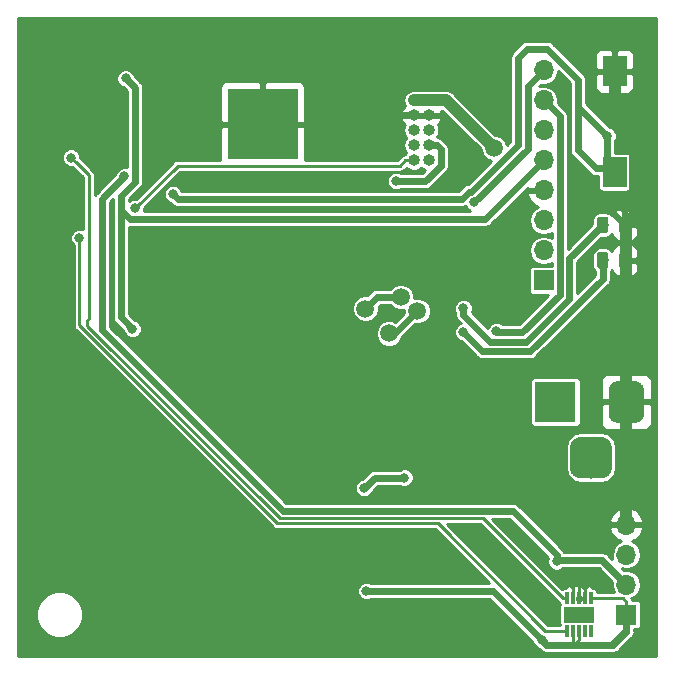
<source format=gbl>
G04 #@! TF.GenerationSoftware,KiCad,Pcbnew,(5.0.0)*
G04 #@! TF.CreationDate,2019-06-18T20:36:07+02:00*
G04 #@! TF.ProjectId,PMS7003wifi,504D5337303033776966692E6B696361,rev?*
G04 #@! TF.SameCoordinates,Original*
G04 #@! TF.FileFunction,Copper,L2,Bot,Signal*
G04 #@! TF.FilePolarity,Positive*
%FSLAX46Y46*%
G04 Gerber Fmt 4.6, Leading zero omitted, Abs format (unit mm)*
G04 Created by KiCad (PCBNEW (5.0.0)) date 06/18/19 20:36:07*
%MOMM*%
%LPD*%
G01*
G04 APERTURE LIST*
G04 #@! TA.AperFunction,ComponentPad*
%ADD10R,3.500000X3.500000*%
G04 #@! TD*
G04 #@! TA.AperFunction,Conductor*
%ADD11C,0.100000*%
G04 #@! TD*
G04 #@! TA.AperFunction,ComponentPad*
%ADD12C,3.000000*%
G04 #@! TD*
G04 #@! TA.AperFunction,ComponentPad*
%ADD13C,3.500000*%
G04 #@! TD*
G04 #@! TA.AperFunction,ComponentPad*
%ADD14R,1.700000X1.700000*%
G04 #@! TD*
G04 #@! TA.AperFunction,ComponentPad*
%ADD15O,1.700000X1.700000*%
G04 #@! TD*
G04 #@! TA.AperFunction,SMDPad,CuDef*
%ADD16R,2.000000X2.500000*%
G04 #@! TD*
G04 #@! TA.AperFunction,SMDPad,CuDef*
%ADD17R,0.300000X1.000000*%
G04 #@! TD*
G04 #@! TA.AperFunction,SMDPad,CuDef*
%ADD18R,2.600000X1.400000*%
G04 #@! TD*
G04 #@! TA.AperFunction,ComponentPad*
%ADD19R,6.000000X6.000000*%
G04 #@! TD*
G04 #@! TA.AperFunction,ComponentPad*
%ADD20R,1.000000X1.000000*%
G04 #@! TD*
G04 #@! TA.AperFunction,ComponentPad*
%ADD21O,1.000000X1.000000*%
G04 #@! TD*
G04 #@! TA.AperFunction,SMDPad,CuDef*
%ADD22C,0.975000*%
G04 #@! TD*
G04 #@! TA.AperFunction,ViaPad*
%ADD23C,0.800000*%
G04 #@! TD*
G04 #@! TA.AperFunction,ViaPad*
%ADD24C,1.500000*%
G04 #@! TD*
G04 #@! TA.AperFunction,Conductor*
%ADD25C,0.600000*%
G04 #@! TD*
G04 #@! TA.AperFunction,Conductor*
%ADD26C,0.250000*%
G04 #@! TD*
G04 #@! TA.AperFunction,Conductor*
%ADD27C,1.000000*%
G04 #@! TD*
G04 #@! TA.AperFunction,Conductor*
%ADD28C,0.254000*%
G04 #@! TD*
G04 APERTURE END LIST*
D10*
G04 #@! TO.P,J3,1*
G04 #@! TO.N,+5V*
X217000000Y-85000000D03*
D11*
G04 #@! TD*
G04 #@! TO.N,GND*
G04 #@! TO.C,J3*
G36*
X223823513Y-83253611D02*
X223896318Y-83264411D01*
X223967714Y-83282295D01*
X224037013Y-83307090D01*
X224103548Y-83338559D01*
X224166678Y-83376398D01*
X224225795Y-83420242D01*
X224280330Y-83469670D01*
X224329758Y-83524205D01*
X224373602Y-83583322D01*
X224411441Y-83646452D01*
X224442910Y-83712987D01*
X224467705Y-83782286D01*
X224485589Y-83853682D01*
X224496389Y-83926487D01*
X224500000Y-84000000D01*
X224500000Y-86000000D01*
X224496389Y-86073513D01*
X224485589Y-86146318D01*
X224467705Y-86217714D01*
X224442910Y-86287013D01*
X224411441Y-86353548D01*
X224373602Y-86416678D01*
X224329758Y-86475795D01*
X224280330Y-86530330D01*
X224225795Y-86579758D01*
X224166678Y-86623602D01*
X224103548Y-86661441D01*
X224037013Y-86692910D01*
X223967714Y-86717705D01*
X223896318Y-86735589D01*
X223823513Y-86746389D01*
X223750000Y-86750000D01*
X222250000Y-86750000D01*
X222176487Y-86746389D01*
X222103682Y-86735589D01*
X222032286Y-86717705D01*
X221962987Y-86692910D01*
X221896452Y-86661441D01*
X221833322Y-86623602D01*
X221774205Y-86579758D01*
X221719670Y-86530330D01*
X221670242Y-86475795D01*
X221626398Y-86416678D01*
X221588559Y-86353548D01*
X221557090Y-86287013D01*
X221532295Y-86217714D01*
X221514411Y-86146318D01*
X221503611Y-86073513D01*
X221500000Y-86000000D01*
X221500000Y-84000000D01*
X221503611Y-83926487D01*
X221514411Y-83853682D01*
X221532295Y-83782286D01*
X221557090Y-83712987D01*
X221588559Y-83646452D01*
X221626398Y-83583322D01*
X221670242Y-83524205D01*
X221719670Y-83469670D01*
X221774205Y-83420242D01*
X221833322Y-83376398D01*
X221896452Y-83338559D01*
X221962987Y-83307090D01*
X222032286Y-83282295D01*
X222103682Y-83264411D01*
X222176487Y-83253611D01*
X222250000Y-83250000D01*
X223750000Y-83250000D01*
X223823513Y-83253611D01*
X223823513Y-83253611D01*
G37*
D12*
G04 #@! TO.P,J3,2*
G04 #@! TO.N,GND*
X223000000Y-85000000D03*
D11*
G04 #@! TD*
G04 #@! TO.N,N/C*
G04 #@! TO.C,J3*
G36*
X220960765Y-87954213D02*
X221045704Y-87966813D01*
X221128999Y-87987677D01*
X221209848Y-88016605D01*
X221287472Y-88053319D01*
X221361124Y-88097464D01*
X221430094Y-88148616D01*
X221493718Y-88206282D01*
X221551384Y-88269906D01*
X221602536Y-88338876D01*
X221646681Y-88412528D01*
X221683395Y-88490152D01*
X221712323Y-88571001D01*
X221733187Y-88654296D01*
X221745787Y-88739235D01*
X221750000Y-88825000D01*
X221750000Y-90575000D01*
X221745787Y-90660765D01*
X221733187Y-90745704D01*
X221712323Y-90828999D01*
X221683395Y-90909848D01*
X221646681Y-90987472D01*
X221602536Y-91061124D01*
X221551384Y-91130094D01*
X221493718Y-91193718D01*
X221430094Y-91251384D01*
X221361124Y-91302536D01*
X221287472Y-91346681D01*
X221209848Y-91383395D01*
X221128999Y-91412323D01*
X221045704Y-91433187D01*
X220960765Y-91445787D01*
X220875000Y-91450000D01*
X219125000Y-91450000D01*
X219039235Y-91445787D01*
X218954296Y-91433187D01*
X218871001Y-91412323D01*
X218790152Y-91383395D01*
X218712528Y-91346681D01*
X218638876Y-91302536D01*
X218569906Y-91251384D01*
X218506282Y-91193718D01*
X218448616Y-91130094D01*
X218397464Y-91061124D01*
X218353319Y-90987472D01*
X218316605Y-90909848D01*
X218287677Y-90828999D01*
X218266813Y-90745704D01*
X218254213Y-90660765D01*
X218250000Y-90575000D01*
X218250000Y-88825000D01*
X218254213Y-88739235D01*
X218266813Y-88654296D01*
X218287677Y-88571001D01*
X218316605Y-88490152D01*
X218353319Y-88412528D01*
X218397464Y-88338876D01*
X218448616Y-88269906D01*
X218506282Y-88206282D01*
X218569906Y-88148616D01*
X218638876Y-88097464D01*
X218712528Y-88053319D01*
X218790152Y-88016605D01*
X218871001Y-87987677D01*
X218954296Y-87966813D01*
X219039235Y-87954213D01*
X219125000Y-87950000D01*
X220875000Y-87950000D01*
X220960765Y-87954213D01*
X220960765Y-87954213D01*
G37*
D13*
G04 #@! TO.P,J3,3*
G04 #@! TO.N,N/C*
X220000000Y-89700000D03*
G04 #@! TD*
D14*
G04 #@! TO.P,J2,1*
G04 #@! TO.N,+3V3*
X216000000Y-74700000D03*
D15*
G04 #@! TO.P,J2,2*
G04 #@! TO.N,/TX0_32*
X216000000Y-72160000D03*
G04 #@! TO.P,J2,3*
G04 #@! TO.N,/RX0_32*
X216000000Y-69620000D03*
G04 #@! TO.P,J2,4*
G04 #@! TO.N,GND*
X216000000Y-67080000D03*
G04 #@! TO.P,J2,5*
G04 #@! TO.N,/EN_32*
X216000000Y-64540000D03*
G04 #@! TO.P,J2,6*
G04 #@! TO.N,/DOWNLOAD_32*
X216000000Y-62000000D03*
G04 #@! TO.P,J2,7*
G04 #@! TO.N,/DTR*
X216000000Y-59460000D03*
G04 #@! TO.P,J2,8*
G04 #@! TO.N,/RTS*
X216000000Y-56920000D03*
G04 #@! TD*
D16*
G04 #@! TO.P,SW3,1*
G04 #@! TO.N,GND*
X222000000Y-57000000D03*
G04 #@! TO.P,SW3,2*
G04 #@! TO.N,Net-(C2-Pad1)*
X222000000Y-65560000D03*
G04 #@! TD*
D17*
G04 #@! TO.P,U2,1*
G04 #@! TO.N,/SDA*
X218000000Y-101600000D03*
G04 #@! TO.P,U2,2*
G04 #@! TO.N,GND*
X218500000Y-101600000D03*
G04 #@! TO.P,U2,3*
X219000000Y-101600000D03*
G04 #@! TO.P,U2,4*
X219500000Y-101600000D03*
G04 #@! TO.P,U2,5*
G04 #@! TO.N,+3V3*
X220000000Y-101600000D03*
G04 #@! TO.P,U2,6*
G04 #@! TO.N,N/C*
X220000000Y-104400000D03*
G04 #@! TO.P,U2,7*
X219500000Y-104400000D03*
G04 #@! TO.P,U2,8*
G04 #@! TO.N,+3V3*
X219000000Y-104400000D03*
G04 #@! TO.P,U2,9*
X218500000Y-104400000D03*
G04 #@! TO.P,U2,10*
G04 #@! TO.N,/SCLK*
X218000000Y-104400000D03*
D18*
G04 #@! TO.P,U2,*
G04 #@! TO.N,*
X219000000Y-103000000D03*
G04 #@! TD*
D19*
G04 #@! TO.P,U4,39*
G04 #@! TO.N,GND*
X192200000Y-61480000D03*
G04 #@! TD*
D20*
G04 #@! TO.P,U5,1*
G04 #@! TO.N,+5V*
X206270000Y-59460000D03*
D21*
G04 #@! TO.P,U5,2*
X205000000Y-59460000D03*
G04 #@! TO.P,U5,3*
G04 #@! TO.N,GND*
X206270000Y-60730000D03*
G04 #@! TO.P,U5,4*
X205000000Y-60730000D03*
G04 #@! TO.P,U5,5*
G04 #@! TO.N,N/C*
X206270000Y-62000000D03*
G04 #@! TO.P,U5,6*
X205000000Y-62000000D03*
G04 #@! TO.P,U5,7*
G04 #@! TO.N,/MCU_TX*
X206270000Y-63270000D03*
G04 #@! TO.P,U5,8*
G04 #@! TO.N,N/C*
X205000000Y-63270000D03*
G04 #@! TO.P,U5,9*
G04 #@! TO.N,/MCU_RX*
X206270000Y-64540000D03*
G04 #@! TO.P,U5,10*
G04 #@! TO.N,Net-(R9-Pad1)*
X205000000Y-64540000D03*
G04 #@! TD*
D14*
G04 #@! TO.P,U1,1*
G04 #@! TO.N,+3V3*
X223000000Y-103000000D03*
D15*
G04 #@! TO.P,U1,2*
G04 #@! TO.N,/ONEWIRE*
X223000000Y-100460000D03*
G04 #@! TO.P,U1,3*
G04 #@! TO.N,N/C*
X223000000Y-97920000D03*
G04 #@! TO.P,U1,4*
G04 #@! TO.N,GND*
X223000000Y-95380000D03*
G04 #@! TD*
D11*
G04 #@! TO.N,Net-(D1-Pad2)*
G04 #@! TO.C,D1*
G36*
X221267642Y-72301174D02*
X221291303Y-72304684D01*
X221314507Y-72310496D01*
X221337029Y-72318554D01*
X221358653Y-72328782D01*
X221379170Y-72341079D01*
X221398383Y-72355329D01*
X221416107Y-72371393D01*
X221432171Y-72389117D01*
X221446421Y-72408330D01*
X221458718Y-72428847D01*
X221468946Y-72450471D01*
X221477004Y-72472993D01*
X221482816Y-72496197D01*
X221486326Y-72519858D01*
X221487500Y-72543750D01*
X221487500Y-73456250D01*
X221486326Y-73480142D01*
X221482816Y-73503803D01*
X221477004Y-73527007D01*
X221468946Y-73549529D01*
X221458718Y-73571153D01*
X221446421Y-73591670D01*
X221432171Y-73610883D01*
X221416107Y-73628607D01*
X221398383Y-73644671D01*
X221379170Y-73658921D01*
X221358653Y-73671218D01*
X221337029Y-73681446D01*
X221314507Y-73689504D01*
X221291303Y-73695316D01*
X221267642Y-73698826D01*
X221243750Y-73700000D01*
X220756250Y-73700000D01*
X220732358Y-73698826D01*
X220708697Y-73695316D01*
X220685493Y-73689504D01*
X220662971Y-73681446D01*
X220641347Y-73671218D01*
X220620830Y-73658921D01*
X220601617Y-73644671D01*
X220583893Y-73628607D01*
X220567829Y-73610883D01*
X220553579Y-73591670D01*
X220541282Y-73571153D01*
X220531054Y-73549529D01*
X220522996Y-73527007D01*
X220517184Y-73503803D01*
X220513674Y-73480142D01*
X220512500Y-73456250D01*
X220512500Y-72543750D01*
X220513674Y-72519858D01*
X220517184Y-72496197D01*
X220522996Y-72472993D01*
X220531054Y-72450471D01*
X220541282Y-72428847D01*
X220553579Y-72408330D01*
X220567829Y-72389117D01*
X220583893Y-72371393D01*
X220601617Y-72355329D01*
X220620830Y-72341079D01*
X220641347Y-72328782D01*
X220662971Y-72318554D01*
X220685493Y-72310496D01*
X220708697Y-72304684D01*
X220732358Y-72301174D01*
X220756250Y-72300000D01*
X221243750Y-72300000D01*
X221267642Y-72301174D01*
X221267642Y-72301174D01*
G37*
D22*
G04 #@! TD*
G04 #@! TO.P,D1,2*
G04 #@! TO.N,Net-(D1-Pad2)*
X221000000Y-73000000D03*
D11*
G04 #@! TO.N,GND*
G04 #@! TO.C,D1*
G36*
X223142642Y-72301174D02*
X223166303Y-72304684D01*
X223189507Y-72310496D01*
X223212029Y-72318554D01*
X223233653Y-72328782D01*
X223254170Y-72341079D01*
X223273383Y-72355329D01*
X223291107Y-72371393D01*
X223307171Y-72389117D01*
X223321421Y-72408330D01*
X223333718Y-72428847D01*
X223343946Y-72450471D01*
X223352004Y-72472993D01*
X223357816Y-72496197D01*
X223361326Y-72519858D01*
X223362500Y-72543750D01*
X223362500Y-73456250D01*
X223361326Y-73480142D01*
X223357816Y-73503803D01*
X223352004Y-73527007D01*
X223343946Y-73549529D01*
X223333718Y-73571153D01*
X223321421Y-73591670D01*
X223307171Y-73610883D01*
X223291107Y-73628607D01*
X223273383Y-73644671D01*
X223254170Y-73658921D01*
X223233653Y-73671218D01*
X223212029Y-73681446D01*
X223189507Y-73689504D01*
X223166303Y-73695316D01*
X223142642Y-73698826D01*
X223118750Y-73700000D01*
X222631250Y-73700000D01*
X222607358Y-73698826D01*
X222583697Y-73695316D01*
X222560493Y-73689504D01*
X222537971Y-73681446D01*
X222516347Y-73671218D01*
X222495830Y-73658921D01*
X222476617Y-73644671D01*
X222458893Y-73628607D01*
X222442829Y-73610883D01*
X222428579Y-73591670D01*
X222416282Y-73571153D01*
X222406054Y-73549529D01*
X222397996Y-73527007D01*
X222392184Y-73503803D01*
X222388674Y-73480142D01*
X222387500Y-73456250D01*
X222387500Y-72543750D01*
X222388674Y-72519858D01*
X222392184Y-72496197D01*
X222397996Y-72472993D01*
X222406054Y-72450471D01*
X222416282Y-72428847D01*
X222428579Y-72408330D01*
X222442829Y-72389117D01*
X222458893Y-72371393D01*
X222476617Y-72355329D01*
X222495830Y-72341079D01*
X222516347Y-72328782D01*
X222537971Y-72318554D01*
X222560493Y-72310496D01*
X222583697Y-72304684D01*
X222607358Y-72301174D01*
X222631250Y-72300000D01*
X223118750Y-72300000D01*
X223142642Y-72301174D01*
X223142642Y-72301174D01*
G37*
D22*
G04 #@! TD*
G04 #@! TO.P,D1,1*
G04 #@! TO.N,GND*
X222875000Y-73000000D03*
D11*
G04 #@! TO.N,GND*
G04 #@! TO.C,D2*
G36*
X223142642Y-69301174D02*
X223166303Y-69304684D01*
X223189507Y-69310496D01*
X223212029Y-69318554D01*
X223233653Y-69328782D01*
X223254170Y-69341079D01*
X223273383Y-69355329D01*
X223291107Y-69371393D01*
X223307171Y-69389117D01*
X223321421Y-69408330D01*
X223333718Y-69428847D01*
X223343946Y-69450471D01*
X223352004Y-69472993D01*
X223357816Y-69496197D01*
X223361326Y-69519858D01*
X223362500Y-69543750D01*
X223362500Y-70456250D01*
X223361326Y-70480142D01*
X223357816Y-70503803D01*
X223352004Y-70527007D01*
X223343946Y-70549529D01*
X223333718Y-70571153D01*
X223321421Y-70591670D01*
X223307171Y-70610883D01*
X223291107Y-70628607D01*
X223273383Y-70644671D01*
X223254170Y-70658921D01*
X223233653Y-70671218D01*
X223212029Y-70681446D01*
X223189507Y-70689504D01*
X223166303Y-70695316D01*
X223142642Y-70698826D01*
X223118750Y-70700000D01*
X222631250Y-70700000D01*
X222607358Y-70698826D01*
X222583697Y-70695316D01*
X222560493Y-70689504D01*
X222537971Y-70681446D01*
X222516347Y-70671218D01*
X222495830Y-70658921D01*
X222476617Y-70644671D01*
X222458893Y-70628607D01*
X222442829Y-70610883D01*
X222428579Y-70591670D01*
X222416282Y-70571153D01*
X222406054Y-70549529D01*
X222397996Y-70527007D01*
X222392184Y-70503803D01*
X222388674Y-70480142D01*
X222387500Y-70456250D01*
X222387500Y-69543750D01*
X222388674Y-69519858D01*
X222392184Y-69496197D01*
X222397996Y-69472993D01*
X222406054Y-69450471D01*
X222416282Y-69428847D01*
X222428579Y-69408330D01*
X222442829Y-69389117D01*
X222458893Y-69371393D01*
X222476617Y-69355329D01*
X222495830Y-69341079D01*
X222516347Y-69328782D01*
X222537971Y-69318554D01*
X222560493Y-69310496D01*
X222583697Y-69304684D01*
X222607358Y-69301174D01*
X222631250Y-69300000D01*
X223118750Y-69300000D01*
X223142642Y-69301174D01*
X223142642Y-69301174D01*
G37*
D22*
G04 #@! TD*
G04 #@! TO.P,D2,1*
G04 #@! TO.N,GND*
X222875000Y-70000000D03*
D11*
G04 #@! TO.N,Net-(D2-Pad2)*
G04 #@! TO.C,D2*
G36*
X221267642Y-69301174D02*
X221291303Y-69304684D01*
X221314507Y-69310496D01*
X221337029Y-69318554D01*
X221358653Y-69328782D01*
X221379170Y-69341079D01*
X221398383Y-69355329D01*
X221416107Y-69371393D01*
X221432171Y-69389117D01*
X221446421Y-69408330D01*
X221458718Y-69428847D01*
X221468946Y-69450471D01*
X221477004Y-69472993D01*
X221482816Y-69496197D01*
X221486326Y-69519858D01*
X221487500Y-69543750D01*
X221487500Y-70456250D01*
X221486326Y-70480142D01*
X221482816Y-70503803D01*
X221477004Y-70527007D01*
X221468946Y-70549529D01*
X221458718Y-70571153D01*
X221446421Y-70591670D01*
X221432171Y-70610883D01*
X221416107Y-70628607D01*
X221398383Y-70644671D01*
X221379170Y-70658921D01*
X221358653Y-70671218D01*
X221337029Y-70681446D01*
X221314507Y-70689504D01*
X221291303Y-70695316D01*
X221267642Y-70698826D01*
X221243750Y-70700000D01*
X220756250Y-70700000D01*
X220732358Y-70698826D01*
X220708697Y-70695316D01*
X220685493Y-70689504D01*
X220662971Y-70681446D01*
X220641347Y-70671218D01*
X220620830Y-70658921D01*
X220601617Y-70644671D01*
X220583893Y-70628607D01*
X220567829Y-70610883D01*
X220553579Y-70591670D01*
X220541282Y-70571153D01*
X220531054Y-70549529D01*
X220522996Y-70527007D01*
X220517184Y-70503803D01*
X220513674Y-70480142D01*
X220512500Y-70456250D01*
X220512500Y-69543750D01*
X220513674Y-69519858D01*
X220517184Y-69496197D01*
X220522996Y-69472993D01*
X220531054Y-69450471D01*
X220541282Y-69428847D01*
X220553579Y-69408330D01*
X220567829Y-69389117D01*
X220583893Y-69371393D01*
X220601617Y-69355329D01*
X220620830Y-69341079D01*
X220641347Y-69328782D01*
X220662971Y-69318554D01*
X220685493Y-69310496D01*
X220708697Y-69304684D01*
X220732358Y-69301174D01*
X220756250Y-69300000D01*
X221243750Y-69300000D01*
X221267642Y-69301174D01*
X221267642Y-69301174D01*
G37*
D22*
G04 #@! TD*
G04 #@! TO.P,D2,2*
G04 #@! TO.N,Net-(D2-Pad2)*
X221000000Y-70000000D03*
D23*
G04 #@! TO.N,GND*
X221500000Y-59900000D03*
X218300000Y-100200000D03*
D24*
X172400000Y-57000000D03*
X175500000Y-57200000D03*
X201800000Y-84300000D03*
X197000000Y-58800000D03*
X196600000Y-66400000D03*
X188200000Y-66200000D03*
X188000000Y-57300000D03*
X186700000Y-99300000D03*
X209000000Y-104000000D03*
D23*
X218800000Y-68100000D03*
D24*
X208000000Y-85000000D03*
X214000000Y-84000000D03*
X178000000Y-61000000D03*
X212000000Y-98000000D03*
X174000000Y-91000000D03*
X174000000Y-97000000D03*
G04 #@! TO.N,+5V*
X211800416Y-63500416D03*
D23*
G04 #@! TO.N,Net-(C2-Pad1)*
X221400000Y-62500000D03*
X184600000Y-67400000D03*
G04 #@! TO.N,+3V3*
X215837340Y-105162660D03*
X201000000Y-101000000D03*
G04 #@! TO.N,/EN_32*
X180600000Y-57600000D03*
X181186404Y-78813596D03*
G04 #@! TO.N,/DTR*
X212000000Y-79000000D03*
G04 #@! TO.N,/RTS*
X210100000Y-68100000D03*
X204200000Y-91400000D03*
X200800000Y-92300000D03*
G04 #@! TO.N,/ONEWIRE*
X217100000Y-98500000D03*
X180500000Y-65900000D03*
G04 #@! TO.N,/SDA*
X176000000Y-64300000D03*
G04 #@! TO.N,/SCLK*
X176700000Y-71100000D03*
G04 #@! TO.N,Net-(R9-Pad1)*
X181400000Y-68600000D03*
G04 #@! TO.N,/MCU_TX*
X203500000Y-66300000D03*
G04 #@! TO.N,Net-(D1-Pad2)*
X209199990Y-79100000D03*
G04 #@! TO.N,Net-(D2-Pad2)*
X209199990Y-77057815D03*
D24*
G04 #@! TO.N,Net-(R10-Pad1)*
X203900000Y-76100000D03*
X200900000Y-77100000D03*
G04 #@! TO.N,Net-(R11-Pad1)*
X202900000Y-79200000D03*
X205300000Y-77300000D03*
G04 #@! TD*
D25*
G04 #@! TO.N,GND*
X222000000Y-57000000D02*
X222000000Y-59400000D01*
X222000000Y-59400000D02*
X221500000Y-59900000D01*
D26*
X219500000Y-101600000D02*
X219500000Y-100850000D01*
X218850000Y-100200000D02*
X218300000Y-100200000D01*
X219000000Y-101600000D02*
X219000000Y-100350000D01*
X219500000Y-100850000D02*
X219000000Y-100350000D01*
X219000000Y-100350000D02*
X218850000Y-100200000D01*
X218500000Y-100400000D02*
X218300000Y-100200000D01*
X218500000Y-101600000D02*
X218500000Y-100400000D01*
D27*
X223000000Y-70125000D02*
X222875000Y-70000000D01*
X223000000Y-85000000D02*
X223000000Y-70125000D01*
X222000000Y-59250000D02*
X222000000Y-57000000D01*
X223700001Y-60950001D02*
X222000000Y-59250000D01*
X223700001Y-69174999D02*
X223700001Y-60950001D01*
X222875000Y-70000000D02*
X223700001Y-69174999D01*
X223000000Y-86850000D02*
X223000000Y-95380000D01*
X223000000Y-85000000D02*
X223000000Y-86850000D01*
D25*
X198930000Y-60730000D02*
X197000000Y-58800000D01*
X205000000Y-60730000D02*
X198930000Y-60730000D01*
X220975000Y-68100000D02*
X222875000Y-70000000D01*
X218800000Y-68100000D02*
X220975000Y-68100000D01*
D27*
G04 #@! TO.N,+5V*
X207760000Y-59460000D02*
X211050417Y-62750417D01*
X205000000Y-59460000D02*
X207760000Y-59460000D01*
X211050417Y-62750417D02*
X211800416Y-63500416D01*
D25*
G04 #@! TO.N,Net-(C2-Pad1)*
X221400000Y-64960000D02*
X222000000Y-65560000D01*
X221400000Y-62500000D02*
X221400000Y-64960000D01*
X218900000Y-60000000D02*
X221400000Y-62500000D01*
X221640000Y-65200000D02*
X222000000Y-65560000D01*
X220400000Y-65200000D02*
X221640000Y-65200000D01*
X218900000Y-60000000D02*
X218900000Y-63700000D01*
X218900000Y-63700000D02*
X220400000Y-65200000D01*
X209667998Y-67199998D02*
X209868616Y-67199998D01*
X214600000Y-55100000D02*
X216300000Y-55100000D01*
X185000000Y-67800000D02*
X209067996Y-67800000D01*
X209067996Y-67800000D02*
X209667998Y-67199998D01*
X209868616Y-67199998D02*
X213849988Y-63218626D01*
X218900000Y-57700000D02*
X218900000Y-60000000D01*
X213849988Y-55850012D02*
X214600000Y-55100000D01*
X216300000Y-55100000D02*
X218900000Y-57700000D01*
X213849988Y-63218626D02*
X213849988Y-55850012D01*
X184600000Y-67400000D02*
X185000000Y-67800000D01*
D26*
G04 #@! TO.N,+3V3*
X223000000Y-101900000D02*
X223000000Y-103000000D01*
X222700000Y-101600000D02*
X223000000Y-101900000D01*
X220000000Y-101600000D02*
X222700000Y-101600000D01*
X219000000Y-105150000D02*
X218750001Y-105399999D01*
X219000000Y-104400000D02*
X219000000Y-105150000D01*
X218500000Y-105150000D02*
X218500000Y-105400000D01*
X218500000Y-104400000D02*
X218500000Y-105150000D01*
X223000000Y-104100000D02*
X223000000Y-103000000D01*
X221700001Y-105399999D02*
X223000000Y-104100000D01*
X218750001Y-105399999D02*
X221700001Y-105399999D01*
X216225001Y-105225001D02*
X216162660Y-105162660D01*
X217986412Y-105399999D02*
X217823752Y-105562659D01*
X218750001Y-105399999D02*
X217986412Y-105399999D01*
X217823752Y-105562659D02*
X216237339Y-105562659D01*
X216162660Y-105162660D02*
X215837340Y-105162660D01*
D25*
X211674680Y-101000000D02*
X215837340Y-105162660D01*
X201000000Y-101000000D02*
X211674680Y-101000000D01*
X223000000Y-104450000D02*
X223000000Y-103000000D01*
X221887341Y-105562659D02*
X223000000Y-104450000D01*
X216237339Y-105562659D02*
X221887341Y-105562659D01*
X215837340Y-105162660D02*
X216237339Y-105562659D01*
G04 #@! TO.N,/EN_32*
X211039998Y-69500002D02*
X180967998Y-69500002D01*
X180786405Y-78413597D02*
X181186404Y-78813596D01*
X216000000Y-64540000D02*
X211039998Y-69500002D01*
X180600000Y-57600000D02*
X181400002Y-58400002D01*
X181400002Y-58400002D02*
X181400002Y-66332002D01*
X181400002Y-66332002D02*
X180200001Y-67532003D01*
X180200001Y-77827193D02*
X180786405Y-78413597D01*
X180200001Y-67532003D02*
X180200001Y-77827193D01*
X180200001Y-68732005D02*
X180200001Y-67532003D01*
X180967998Y-69500002D02*
X180200001Y-68732005D01*
G04 #@! TO.N,/DTR*
X217350001Y-60810001D02*
X217350001Y-75950001D01*
X217350001Y-75950001D02*
X214200002Y-79100000D01*
X216000000Y-59460000D02*
X217350001Y-60810001D01*
X214200002Y-79100000D02*
X212100000Y-79100000D01*
X212100000Y-79100000D02*
X212000000Y-79000000D01*
G04 #@! TO.N,/RTS*
X214649999Y-58270001D02*
X214649999Y-63550001D01*
X214649999Y-63550001D02*
X210100000Y-68100000D01*
X216000000Y-56920000D02*
X214649999Y-58270001D01*
X204200000Y-91400000D02*
X201700000Y-91400000D01*
X201700000Y-91400000D02*
X200800000Y-92300000D01*
G04 #@! TO.N,/ONEWIRE*
X223000000Y-100460000D02*
X220940000Y-98400000D01*
X220940000Y-98400000D02*
X217200000Y-98400000D01*
X217200000Y-98400000D02*
X217100000Y-98500000D01*
X217100000Y-97934315D02*
X213365685Y-94200000D01*
X217100000Y-98500000D02*
X217100000Y-97934315D01*
X213365685Y-94200000D02*
X193900000Y-94200000D01*
X193900000Y-94200000D02*
X178600000Y-78900000D01*
X178600000Y-67800000D02*
X180500000Y-65900000D01*
X178600000Y-78900000D02*
X178600000Y-67800000D01*
D26*
G04 #@! TO.N,/SDA*
X193641112Y-94825011D02*
X177374990Y-78558888D01*
X176399999Y-64699999D02*
X176000000Y-64300000D01*
X218000000Y-101600000D02*
X217600000Y-101600000D01*
X217600000Y-101600000D02*
X210825011Y-94825011D01*
X177374990Y-78558888D02*
X177374990Y-78041112D01*
X177374990Y-78041112D02*
X177474990Y-77941112D01*
X177474990Y-65774990D02*
X176399999Y-64699999D01*
X177474990Y-77941112D02*
X177474990Y-65774990D01*
X210825011Y-94825011D02*
X193641112Y-94825011D01*
G04 #@! TO.N,/SCLK*
X207022704Y-95275022D02*
X193454712Y-95275022D01*
X176700000Y-71665685D02*
X176700000Y-71100000D01*
X176700000Y-78520308D02*
X176700000Y-71665685D01*
X193454712Y-95275022D02*
X176700000Y-78520308D01*
X216147682Y-104400000D02*
X207022704Y-95275022D01*
X218000000Y-104400000D02*
X216147682Y-104400000D01*
G04 #@! TO.N,Net-(R9-Pad1)*
X203832894Y-65000000D02*
X185000000Y-65000000D01*
X204292894Y-64540000D02*
X203832894Y-65000000D01*
X205000000Y-64540000D02*
X204292894Y-64540000D01*
X185000000Y-65000000D02*
X181400000Y-68600000D01*
D25*
G04 #@! TO.N,/MCU_TX*
X205990002Y-66300000D02*
X203500000Y-66300000D01*
X207270001Y-65020001D02*
X205990002Y-66300000D01*
X207270001Y-63562895D02*
X207270001Y-65020001D01*
X206270000Y-63270000D02*
X206977106Y-63270000D01*
X206977106Y-63270000D02*
X207270001Y-63562895D01*
G04 #@! TO.N,Net-(D1-Pad2)*
X221000000Y-73000000D02*
X221000000Y-74562774D01*
X221000000Y-74562774D02*
X214862752Y-80700022D01*
X214862752Y-80700022D02*
X210800010Y-80700020D01*
X209599989Y-79499999D02*
X209199990Y-79100000D01*
X210800010Y-80700020D02*
X209599989Y-79499999D01*
G04 #@! TO.N,Net-(D2-Pad2)*
X218150012Y-72849988D02*
X218150011Y-76281377D01*
X221000000Y-70000000D02*
X218150012Y-72849988D01*
X211476501Y-79900011D02*
X209199990Y-77623500D01*
X214531377Y-79900011D02*
X211476501Y-79900011D01*
X218150011Y-76281377D02*
X214531377Y-79900011D01*
X209199990Y-77623500D02*
X209199990Y-77057815D01*
G04 #@! TO.N,Net-(R10-Pad1)*
X201900000Y-76100000D02*
X200900000Y-77100000D01*
X203900000Y-76100000D02*
X201900000Y-76100000D01*
G04 #@! TO.N,Net-(R11-Pad1)*
X202900000Y-79200000D02*
X203400000Y-79200000D01*
X203400000Y-79200000D02*
X205300000Y-77300000D01*
G04 #@! TD*
D28*
G04 #@! TO.N,GND*
G36*
X225544001Y-54955091D02*
X225544000Y-106544000D01*
X171456000Y-106544000D01*
X171456000Y-102605955D01*
X173019000Y-102605955D01*
X173019000Y-103394045D01*
X173320589Y-104122146D01*
X173877854Y-104679411D01*
X174605955Y-104981000D01*
X175394045Y-104981000D01*
X176122146Y-104679411D01*
X176679411Y-104122146D01*
X176981000Y-103394045D01*
X176981000Y-102605955D01*
X176679411Y-101877854D01*
X176122146Y-101320589D01*
X175394045Y-101019000D01*
X174605955Y-101019000D01*
X173877854Y-101320589D01*
X173320589Y-101877854D01*
X173019000Y-102605955D01*
X171456000Y-102605955D01*
X171456000Y-64144649D01*
X175219000Y-64144649D01*
X175219000Y-64455351D01*
X175337900Y-64742401D01*
X175557599Y-64962100D01*
X175844649Y-65081000D01*
X176065408Y-65081000D01*
X176077441Y-65093033D01*
X176077444Y-65093035D01*
X176968991Y-65984583D01*
X176968991Y-70366071D01*
X176855351Y-70319000D01*
X176544649Y-70319000D01*
X176257599Y-70437900D01*
X176037900Y-70657599D01*
X175919000Y-70944649D01*
X175919000Y-71255351D01*
X176037900Y-71542401D01*
X176194000Y-71698501D01*
X176194000Y-71715519D01*
X176194001Y-71715524D01*
X176194000Y-78470474D01*
X176184087Y-78520308D01*
X176194000Y-78570142D01*
X176223359Y-78717738D01*
X176335194Y-78885114D01*
X176377448Y-78913347D01*
X193061675Y-95597577D01*
X193089906Y-95639828D01*
X193257281Y-95751663D01*
X193404877Y-95781022D01*
X193454711Y-95790935D01*
X193504545Y-95781022D01*
X206813113Y-95781022D01*
X211351090Y-100319000D01*
X201396772Y-100319000D01*
X201155351Y-100219000D01*
X200844649Y-100219000D01*
X200557599Y-100337900D01*
X200337900Y-100557599D01*
X200219000Y-100844649D01*
X200219000Y-101155351D01*
X200337900Y-101442401D01*
X200557599Y-101662100D01*
X200844649Y-101781000D01*
X201155351Y-101781000D01*
X201396772Y-101681000D01*
X211392602Y-101681000D01*
X215075239Y-105363638D01*
X215175240Y-105605061D01*
X215394939Y-105824760D01*
X215636363Y-105924761D01*
X215708372Y-105996770D01*
X215746366Y-106053632D01*
X215971626Y-106204146D01*
X216170270Y-106243659D01*
X216170273Y-106243659D01*
X216237338Y-106256999D01*
X216304403Y-106243659D01*
X221820276Y-106243659D01*
X221887341Y-106256999D01*
X221954406Y-106243659D01*
X221954410Y-106243659D01*
X222153054Y-106204146D01*
X222378314Y-106053632D01*
X222416308Y-105996770D01*
X223434119Y-104978961D01*
X223490972Y-104940973D01*
X223528961Y-104884119D01*
X223528964Y-104884116D01*
X223605463Y-104769626D01*
X223641487Y-104715713D01*
X223681000Y-104517069D01*
X223681000Y-104517065D01*
X223694340Y-104450001D01*
X223681000Y-104382937D01*
X223681000Y-104238464D01*
X223850000Y-104238464D01*
X223998659Y-104208894D01*
X224124686Y-104124686D01*
X224208894Y-103998659D01*
X224238464Y-103850000D01*
X224238464Y-102150000D01*
X224208894Y-102001341D01*
X224124686Y-101875314D01*
X223998659Y-101791106D01*
X223850000Y-101761536D01*
X223488370Y-101761536D01*
X223476641Y-101702569D01*
X223428124Y-101629957D01*
X223480312Y-101619576D01*
X223887501Y-101347501D01*
X224159576Y-100940312D01*
X224255116Y-100460000D01*
X224159576Y-99979688D01*
X223887501Y-99572499D01*
X223480312Y-99300424D01*
X223121239Y-99229000D01*
X222878761Y-99229000D01*
X222756415Y-99253336D01*
X222598289Y-99095211D01*
X222878761Y-99151000D01*
X223121239Y-99151000D01*
X223480312Y-99079576D01*
X223887501Y-98807501D01*
X224159576Y-98400312D01*
X224255116Y-97920000D01*
X224159576Y-97439688D01*
X223887501Y-97032499D01*
X223483037Y-96762245D01*
X223881358Y-96575183D01*
X224271645Y-96146924D01*
X224441476Y-95736890D01*
X224320155Y-95507000D01*
X223127000Y-95507000D01*
X223127000Y-95527000D01*
X222873000Y-95527000D01*
X222873000Y-95507000D01*
X221679845Y-95507000D01*
X221558524Y-95736890D01*
X221728355Y-96146924D01*
X222118642Y-96575183D01*
X222516963Y-96762245D01*
X222112499Y-97032499D01*
X221840424Y-97439688D01*
X221744884Y-97920000D01*
X221824789Y-98321711D01*
X221468967Y-97965889D01*
X221430973Y-97909027D01*
X221205713Y-97758513D01*
X221007069Y-97719000D01*
X221007065Y-97719000D01*
X220940000Y-97705660D01*
X220872935Y-97719000D01*
X217751512Y-97719000D01*
X217741487Y-97668602D01*
X217590973Y-97443342D01*
X217534114Y-97405350D01*
X215151874Y-95023110D01*
X221558524Y-95023110D01*
X221679845Y-95253000D01*
X222873000Y-95253000D01*
X222873000Y-94059181D01*
X223127000Y-94059181D01*
X223127000Y-95253000D01*
X224320155Y-95253000D01*
X224441476Y-95023110D01*
X224271645Y-94613076D01*
X223881358Y-94184817D01*
X223356892Y-93938514D01*
X223127000Y-94059181D01*
X222873000Y-94059181D01*
X222643108Y-93938514D01*
X222118642Y-94184817D01*
X221728355Y-94613076D01*
X221558524Y-95023110D01*
X215151874Y-95023110D01*
X213894652Y-93765889D01*
X213856658Y-93709027D01*
X213631398Y-93558513D01*
X213432754Y-93519000D01*
X213432750Y-93519000D01*
X213365685Y-93505660D01*
X213298620Y-93519000D01*
X194182080Y-93519000D01*
X192807729Y-92144649D01*
X200019000Y-92144649D01*
X200019000Y-92455351D01*
X200137900Y-92742401D01*
X200357599Y-92962100D01*
X200644649Y-93081000D01*
X200955351Y-93081000D01*
X201242401Y-92962100D01*
X201462100Y-92742401D01*
X201562101Y-92500977D01*
X201982079Y-92081000D01*
X203803228Y-92081000D01*
X204044649Y-92181000D01*
X204355351Y-92181000D01*
X204642401Y-92062100D01*
X204862100Y-91842401D01*
X204981000Y-91555351D01*
X204981000Y-91244649D01*
X204862100Y-90957599D01*
X204642401Y-90737900D01*
X204355351Y-90619000D01*
X204044649Y-90619000D01*
X203803228Y-90719000D01*
X201767064Y-90719000D01*
X201699999Y-90705660D01*
X201632934Y-90719000D01*
X201632931Y-90719000D01*
X201434287Y-90758513D01*
X201209027Y-90909027D01*
X201171035Y-90965886D01*
X200599023Y-91537899D01*
X200357599Y-91637900D01*
X200137900Y-91857599D01*
X200019000Y-92144649D01*
X192807729Y-92144649D01*
X189488080Y-88825000D01*
X217861536Y-88825000D01*
X217861536Y-90575000D01*
X217957711Y-91058507D01*
X218231596Y-91468404D01*
X218641493Y-91742289D01*
X219125000Y-91838464D01*
X220875000Y-91838464D01*
X221358507Y-91742289D01*
X221768404Y-91468404D01*
X222042289Y-91058507D01*
X222138464Y-90575000D01*
X222138464Y-88825000D01*
X222042289Y-88341493D01*
X221768404Y-87931596D01*
X221358507Y-87657711D01*
X220875000Y-87561536D01*
X219125000Y-87561536D01*
X218641493Y-87657711D01*
X218231596Y-87931596D01*
X217957711Y-88341493D01*
X217861536Y-88825000D01*
X189488080Y-88825000D01*
X183913079Y-83250000D01*
X214861536Y-83250000D01*
X214861536Y-86750000D01*
X214891106Y-86898659D01*
X214975314Y-87024686D01*
X215101341Y-87108894D01*
X215250000Y-87138464D01*
X218750000Y-87138464D01*
X218898659Y-87108894D01*
X219024686Y-87024686D01*
X219108894Y-86898659D01*
X219138464Y-86750000D01*
X219138464Y-85285750D01*
X220865000Y-85285750D01*
X220865000Y-86876310D01*
X220961673Y-87109699D01*
X221140302Y-87288327D01*
X221373691Y-87385000D01*
X222714250Y-87385000D01*
X222873000Y-87226250D01*
X222873000Y-85127000D01*
X223127000Y-85127000D01*
X223127000Y-87226250D01*
X223285750Y-87385000D01*
X224626309Y-87385000D01*
X224859698Y-87288327D01*
X225038327Y-87109699D01*
X225135000Y-86876310D01*
X225135000Y-85285750D01*
X224976250Y-85127000D01*
X223127000Y-85127000D01*
X222873000Y-85127000D01*
X221023750Y-85127000D01*
X220865000Y-85285750D01*
X219138464Y-85285750D01*
X219138464Y-83250000D01*
X219113340Y-83123690D01*
X220865000Y-83123690D01*
X220865000Y-84714250D01*
X221023750Y-84873000D01*
X222873000Y-84873000D01*
X222873000Y-82773750D01*
X223127000Y-82773750D01*
X223127000Y-84873000D01*
X224976250Y-84873000D01*
X225135000Y-84714250D01*
X225135000Y-83123690D01*
X225038327Y-82890301D01*
X224859698Y-82711673D01*
X224626309Y-82615000D01*
X223285750Y-82615000D01*
X223127000Y-82773750D01*
X222873000Y-82773750D01*
X222714250Y-82615000D01*
X221373691Y-82615000D01*
X221140302Y-82711673D01*
X220961673Y-82890301D01*
X220865000Y-83123690D01*
X219113340Y-83123690D01*
X219108894Y-83101341D01*
X219024686Y-82975314D01*
X218898659Y-82891106D01*
X218750000Y-82861536D01*
X215250000Y-82861536D01*
X215101341Y-82891106D01*
X214975314Y-82975314D01*
X214891106Y-83101341D01*
X214861536Y-83250000D01*
X183913079Y-83250000D01*
X179281000Y-78617922D01*
X179281000Y-68082078D01*
X179519001Y-67844077D01*
X179519001Y-68664939D01*
X179505661Y-68732005D01*
X179519001Y-68799071D01*
X179519002Y-77760123D01*
X179505661Y-77827193D01*
X179558514Y-78092905D01*
X179655827Y-78238543D01*
X179709029Y-78318166D01*
X179765887Y-78356157D01*
X180352289Y-78942561D01*
X180352295Y-78942565D01*
X180424303Y-79014573D01*
X180524304Y-79255997D01*
X180744003Y-79475696D01*
X181031053Y-79594596D01*
X181341755Y-79594596D01*
X181628805Y-79475696D01*
X181848504Y-79255997D01*
X181967404Y-78968947D01*
X181967404Y-78658245D01*
X181848504Y-78371195D01*
X181628805Y-78151496D01*
X181387381Y-78051495D01*
X181315373Y-77979487D01*
X181315369Y-77979481D01*
X180881001Y-77545114D01*
X180881001Y-76875030D01*
X199769000Y-76875030D01*
X199769000Y-77324970D01*
X199941184Y-77740660D01*
X200259340Y-78058816D01*
X200675030Y-78231000D01*
X201124970Y-78231000D01*
X201540660Y-78058816D01*
X201858816Y-77740660D01*
X202031000Y-77324970D01*
X202031000Y-76932079D01*
X202182079Y-76781000D01*
X202981524Y-76781000D01*
X203259340Y-77058816D01*
X203675030Y-77231000D01*
X204124970Y-77231000D01*
X204169000Y-77212762D01*
X204169000Y-77467921D01*
X203438184Y-78198737D01*
X203124970Y-78069000D01*
X202675030Y-78069000D01*
X202259340Y-78241184D01*
X201941184Y-78559340D01*
X201769000Y-78975030D01*
X201769000Y-79424970D01*
X201941184Y-79840660D01*
X202259340Y-80158816D01*
X202675030Y-80331000D01*
X203124970Y-80331000D01*
X203540660Y-80158816D01*
X203858816Y-79840660D01*
X203955263Y-79607815D01*
X205132079Y-78431000D01*
X205524970Y-78431000D01*
X205940660Y-78258816D01*
X206258816Y-77940660D01*
X206431000Y-77524970D01*
X206431000Y-77075030D01*
X206258816Y-76659340D01*
X205940660Y-76341184D01*
X205524970Y-76169000D01*
X205075030Y-76169000D01*
X205031000Y-76187238D01*
X205031000Y-75875030D01*
X204858816Y-75459340D01*
X204540660Y-75141184D01*
X204124970Y-74969000D01*
X203675030Y-74969000D01*
X203259340Y-75141184D01*
X202981524Y-75419000D01*
X201967065Y-75419000D01*
X201900000Y-75405660D01*
X201832935Y-75419000D01*
X201832931Y-75419000D01*
X201634287Y-75458513D01*
X201409027Y-75609027D01*
X201371035Y-75665886D01*
X201067921Y-75969000D01*
X200675030Y-75969000D01*
X200259340Y-76141184D01*
X199941184Y-76459340D01*
X199769000Y-76875030D01*
X180881001Y-76875030D01*
X180881001Y-70177038D01*
X180900929Y-70181002D01*
X180900933Y-70181002D01*
X180967998Y-70194342D01*
X181035063Y-70181002D01*
X210972933Y-70181002D01*
X211039998Y-70194342D01*
X211107063Y-70181002D01*
X211107067Y-70181002D01*
X211305711Y-70141489D01*
X211530971Y-69990975D01*
X211568965Y-69934113D01*
X214635019Y-66868060D01*
X214679845Y-66953000D01*
X215873000Y-66953000D01*
X215873000Y-66933000D01*
X216127000Y-66933000D01*
X216127000Y-66953000D01*
X216147000Y-66953000D01*
X216147000Y-67207000D01*
X216127000Y-67207000D01*
X216127000Y-67227000D01*
X215873000Y-67227000D01*
X215873000Y-67207000D01*
X214679845Y-67207000D01*
X214558524Y-67436890D01*
X214728355Y-67846924D01*
X215118642Y-68275183D01*
X215516963Y-68462245D01*
X215112499Y-68732499D01*
X214840424Y-69139688D01*
X214744884Y-69620000D01*
X214840424Y-70100312D01*
X215112499Y-70507501D01*
X215519688Y-70779576D01*
X215878761Y-70851000D01*
X216121239Y-70851000D01*
X216480312Y-70779576D01*
X216669002Y-70653498D01*
X216669002Y-71126502D01*
X216480312Y-71000424D01*
X216121239Y-70929000D01*
X215878761Y-70929000D01*
X215519688Y-71000424D01*
X215112499Y-71272499D01*
X214840424Y-71679688D01*
X214744884Y-72160000D01*
X214840424Y-72640312D01*
X215112499Y-73047501D01*
X215519688Y-73319576D01*
X215878761Y-73391000D01*
X216121239Y-73391000D01*
X216480312Y-73319576D01*
X216669002Y-73193497D01*
X216669002Y-73461536D01*
X215150000Y-73461536D01*
X215001341Y-73491106D01*
X214875314Y-73575314D01*
X214791106Y-73701341D01*
X214761536Y-73850000D01*
X214761536Y-75550000D01*
X214791106Y-75698659D01*
X214875314Y-75824686D01*
X215001341Y-75908894D01*
X215150000Y-75938464D01*
X216398459Y-75938464D01*
X213917924Y-78419000D01*
X212523501Y-78419000D01*
X212442401Y-78337900D01*
X212155351Y-78219000D01*
X211844649Y-78219000D01*
X211557599Y-78337900D01*
X211337900Y-78557599D01*
X211267391Y-78727822D01*
X209914135Y-77374567D01*
X209980990Y-77213166D01*
X209980990Y-76902464D01*
X209862090Y-76615414D01*
X209642391Y-76395715D01*
X209355341Y-76276815D01*
X209044639Y-76276815D01*
X208757589Y-76395715D01*
X208537890Y-76615414D01*
X208418990Y-76902464D01*
X208418990Y-77213166D01*
X208518990Y-77454587D01*
X208518990Y-77556435D01*
X208505650Y-77623500D01*
X208518990Y-77690565D01*
X208518990Y-77690568D01*
X208558503Y-77889212D01*
X208709017Y-78114472D01*
X208765877Y-78152465D01*
X208965282Y-78351871D01*
X208757589Y-78437900D01*
X208537890Y-78657599D01*
X208418990Y-78944649D01*
X208418990Y-79255351D01*
X208537890Y-79542401D01*
X208757589Y-79762100D01*
X208999013Y-79862101D01*
X209071025Y-79934113D01*
X210271047Y-81134136D01*
X210309037Y-81190992D01*
X210365893Y-81228982D01*
X210365895Y-81228984D01*
X210534297Y-81341507D01*
X210800010Y-81394360D01*
X210867080Y-81381019D01*
X214795686Y-81381022D01*
X214862752Y-81394362D01*
X214929817Y-81381022D01*
X214929820Y-81381022D01*
X215128464Y-81341509D01*
X215353724Y-81190995D01*
X215391716Y-81134136D01*
X221434117Y-75091737D01*
X221490973Y-75053747D01*
X221641487Y-74828487D01*
X221681000Y-74629843D01*
X221681000Y-74629840D01*
X221694340Y-74562775D01*
X221681000Y-74495710D01*
X221681000Y-73909836D01*
X221690793Y-73903293D01*
X221752500Y-73810942D01*
X221752500Y-73826310D01*
X221849173Y-74059699D01*
X222027802Y-74238327D01*
X222261191Y-74335000D01*
X222589250Y-74335000D01*
X222748000Y-74176250D01*
X222748000Y-73127000D01*
X223002000Y-73127000D01*
X223002000Y-74176250D01*
X223160750Y-74335000D01*
X223488809Y-74335000D01*
X223722198Y-74238327D01*
X223900827Y-74059699D01*
X223997500Y-73826310D01*
X223997500Y-73285750D01*
X223838750Y-73127000D01*
X223002000Y-73127000D01*
X222748000Y-73127000D01*
X222728000Y-73127000D01*
X222728000Y-72873000D01*
X222748000Y-72873000D01*
X222748000Y-71823750D01*
X223002000Y-71823750D01*
X223002000Y-72873000D01*
X223838750Y-72873000D01*
X223997500Y-72714250D01*
X223997500Y-72173690D01*
X223900827Y-71940301D01*
X223722198Y-71761673D01*
X223488809Y-71665000D01*
X223160750Y-71665000D01*
X223002000Y-71823750D01*
X222748000Y-71823750D01*
X222589250Y-71665000D01*
X222261191Y-71665000D01*
X222027802Y-71761673D01*
X221849173Y-71940301D01*
X221752500Y-72173690D01*
X221752500Y-72189058D01*
X221690793Y-72096707D01*
X221485688Y-71959660D01*
X221243750Y-71911536D01*
X220756250Y-71911536D01*
X220514312Y-71959660D01*
X220309207Y-72096707D01*
X220172160Y-72301812D01*
X220124036Y-72543750D01*
X220124036Y-73456250D01*
X220172160Y-73698188D01*
X220309207Y-73903293D01*
X220319001Y-73909837D01*
X220319001Y-74280693D01*
X218831010Y-75768684D01*
X218831012Y-73132066D01*
X220874615Y-71088464D01*
X221243750Y-71088464D01*
X221485688Y-71040340D01*
X221690793Y-70903293D01*
X221752500Y-70810942D01*
X221752500Y-70826310D01*
X221849173Y-71059699D01*
X222027802Y-71238327D01*
X222261191Y-71335000D01*
X222589250Y-71335000D01*
X222748000Y-71176250D01*
X222748000Y-70127000D01*
X223002000Y-70127000D01*
X223002000Y-71176250D01*
X223160750Y-71335000D01*
X223488809Y-71335000D01*
X223722198Y-71238327D01*
X223900827Y-71059699D01*
X223997500Y-70826310D01*
X223997500Y-70285750D01*
X223838750Y-70127000D01*
X223002000Y-70127000D01*
X222748000Y-70127000D01*
X222728000Y-70127000D01*
X222728000Y-69873000D01*
X222748000Y-69873000D01*
X222748000Y-68823750D01*
X223002000Y-68823750D01*
X223002000Y-69873000D01*
X223838750Y-69873000D01*
X223997500Y-69714250D01*
X223997500Y-69173690D01*
X223900827Y-68940301D01*
X223722198Y-68761673D01*
X223488809Y-68665000D01*
X223160750Y-68665000D01*
X223002000Y-68823750D01*
X222748000Y-68823750D01*
X222589250Y-68665000D01*
X222261191Y-68665000D01*
X222027802Y-68761673D01*
X221849173Y-68940301D01*
X221752500Y-69173690D01*
X221752500Y-69189058D01*
X221690793Y-69096707D01*
X221485688Y-68959660D01*
X221243750Y-68911536D01*
X220756250Y-68911536D01*
X220514312Y-68959660D01*
X220309207Y-69096707D01*
X220172160Y-69301812D01*
X220124036Y-69543750D01*
X220124036Y-69912885D01*
X218031001Y-72005921D01*
X218031001Y-60877066D01*
X218044341Y-60810001D01*
X218031001Y-60742936D01*
X218031001Y-60742932D01*
X217991488Y-60544288D01*
X217917872Y-60434114D01*
X217878965Y-60375886D01*
X217878964Y-60375885D01*
X217840973Y-60319028D01*
X217784117Y-60281038D01*
X217206664Y-59703585D01*
X217255116Y-59460000D01*
X217159576Y-58979688D01*
X216887501Y-58572499D01*
X216480312Y-58300424D01*
X216121239Y-58229000D01*
X215878761Y-58229000D01*
X215598289Y-58284789D01*
X215756415Y-58126664D01*
X215878761Y-58151000D01*
X216121239Y-58151000D01*
X216480312Y-58079576D01*
X216887501Y-57807501D01*
X217159576Y-57400312D01*
X217238824Y-57001903D01*
X218219000Y-57982079D01*
X218219001Y-59932927D01*
X218219000Y-59932932D01*
X218219000Y-59932935D01*
X218205660Y-60000000D01*
X218219000Y-60067065D01*
X218219001Y-63632930D01*
X218205660Y-63700000D01*
X218258513Y-63965712D01*
X218349958Y-64102569D01*
X218409028Y-64190973D01*
X218465887Y-64228965D01*
X219871037Y-65634117D01*
X219909027Y-65690973D01*
X219965883Y-65728963D01*
X219965884Y-65728964D01*
X220034767Y-65774990D01*
X220134287Y-65841487D01*
X220332931Y-65881000D01*
X220332934Y-65881000D01*
X220399999Y-65894340D01*
X220467064Y-65881000D01*
X220611536Y-65881000D01*
X220611536Y-66810000D01*
X220641106Y-66958659D01*
X220725314Y-67084686D01*
X220851341Y-67168894D01*
X221000000Y-67198464D01*
X223000000Y-67198464D01*
X223148659Y-67168894D01*
X223274686Y-67084686D01*
X223358894Y-66958659D01*
X223388464Y-66810000D01*
X223388464Y-64310000D01*
X223358894Y-64161341D01*
X223274686Y-64035314D01*
X223148659Y-63951106D01*
X223000000Y-63921536D01*
X222081000Y-63921536D01*
X222081000Y-62896772D01*
X222181000Y-62655351D01*
X222181000Y-62344649D01*
X222062100Y-62057599D01*
X221842401Y-61837900D01*
X221600978Y-61737899D01*
X219581000Y-59717922D01*
X219581000Y-57767064D01*
X219594340Y-57699999D01*
X219581000Y-57632932D01*
X219581000Y-57632931D01*
X219541487Y-57434287D01*
X219442238Y-57285750D01*
X220365000Y-57285750D01*
X220365000Y-58376309D01*
X220461673Y-58609698D01*
X220640301Y-58788327D01*
X220873690Y-58885000D01*
X221714250Y-58885000D01*
X221873000Y-58726250D01*
X221873000Y-57127000D01*
X222127000Y-57127000D01*
X222127000Y-58726250D01*
X222285750Y-58885000D01*
X223126310Y-58885000D01*
X223359699Y-58788327D01*
X223538327Y-58609698D01*
X223635000Y-58376309D01*
X223635000Y-57285750D01*
X223476250Y-57127000D01*
X222127000Y-57127000D01*
X221873000Y-57127000D01*
X220523750Y-57127000D01*
X220365000Y-57285750D01*
X219442238Y-57285750D01*
X219428964Y-57265885D01*
X219428963Y-57265884D01*
X219390972Y-57209027D01*
X219334116Y-57171037D01*
X217786770Y-55623691D01*
X220365000Y-55623691D01*
X220365000Y-56714250D01*
X220523750Y-56873000D01*
X221873000Y-56873000D01*
X221873000Y-55273750D01*
X222127000Y-55273750D01*
X222127000Y-56873000D01*
X223476250Y-56873000D01*
X223635000Y-56714250D01*
X223635000Y-55623691D01*
X223538327Y-55390302D01*
X223359699Y-55211673D01*
X223126310Y-55115000D01*
X222285750Y-55115000D01*
X222127000Y-55273750D01*
X221873000Y-55273750D01*
X221714250Y-55115000D01*
X220873690Y-55115000D01*
X220640301Y-55211673D01*
X220461673Y-55390302D01*
X220365000Y-55623691D01*
X217786770Y-55623691D01*
X216828967Y-54665889D01*
X216790973Y-54609027D01*
X216565713Y-54458513D01*
X216367069Y-54419000D01*
X216367065Y-54419000D01*
X216300000Y-54405660D01*
X216232935Y-54419000D01*
X214667064Y-54419000D01*
X214599999Y-54405660D01*
X214532934Y-54419000D01*
X214532931Y-54419000D01*
X214334287Y-54458513D01*
X214109027Y-54609027D01*
X214071035Y-54665886D01*
X213415875Y-55321047D01*
X213359016Y-55359039D01*
X213321024Y-55415898D01*
X213208501Y-55584300D01*
X213155648Y-55850012D01*
X213168989Y-55917082D01*
X213168988Y-62936547D01*
X212901738Y-63203797D01*
X212759232Y-62859756D01*
X212441076Y-62541600D01*
X212025386Y-62369416D01*
X211915337Y-62369416D01*
X211734733Y-62188812D01*
X211734731Y-62188809D01*
X208444317Y-58898396D01*
X208395165Y-58824835D01*
X208103749Y-58630117D01*
X207846767Y-58579000D01*
X207846763Y-58579000D01*
X207760000Y-58561742D01*
X207673237Y-58579000D01*
X206807524Y-58579000D01*
X206770000Y-58571536D01*
X205770000Y-58571536D01*
X205732476Y-58579000D01*
X204913233Y-58579000D01*
X204656251Y-58630117D01*
X204364835Y-58824835D01*
X204170117Y-59116251D01*
X204101741Y-59460000D01*
X204170117Y-59803749D01*
X204239458Y-59907526D01*
X204012873Y-60169791D01*
X203905881Y-60428126D01*
X204032046Y-60603000D01*
X204873000Y-60603000D01*
X204873000Y-60583000D01*
X205127000Y-60583000D01*
X205127000Y-60603000D01*
X206143000Y-60603000D01*
X206143000Y-60583000D01*
X206397000Y-60583000D01*
X206397000Y-60603000D01*
X207237954Y-60603000D01*
X207364119Y-60428126D01*
X207328035Y-60341000D01*
X207395079Y-60341000D01*
X210488809Y-63434731D01*
X210488812Y-63434733D01*
X210669416Y-63615337D01*
X210669416Y-63725386D01*
X210841600Y-64141076D01*
X211159756Y-64459232D01*
X211503797Y-64601738D01*
X209582965Y-66522571D01*
X209402285Y-66558511D01*
X209177025Y-66709025D01*
X209139033Y-66765884D01*
X208785918Y-67119000D01*
X185328954Y-67119000D01*
X185262100Y-66957599D01*
X185042401Y-66737900D01*
X184755351Y-66619000D01*
X184444649Y-66619000D01*
X184157599Y-66737900D01*
X183937900Y-66957599D01*
X183819000Y-67244649D01*
X183819000Y-67555351D01*
X183937900Y-67842401D01*
X184157599Y-68062100D01*
X184399022Y-68162101D01*
X184471035Y-68234113D01*
X184509027Y-68290973D01*
X184734287Y-68441487D01*
X184932931Y-68481000D01*
X184932935Y-68481000D01*
X184999999Y-68494340D01*
X185067063Y-68481000D01*
X209000931Y-68481000D01*
X209067996Y-68494340D01*
X209135061Y-68481000D01*
X209135065Y-68481000D01*
X209333709Y-68441487D01*
X209382575Y-68408836D01*
X209437900Y-68542401D01*
X209657599Y-68762100D01*
X209794973Y-68819002D01*
X182154635Y-68819002D01*
X182181000Y-68755351D01*
X182181000Y-68534591D01*
X185209592Y-65506000D01*
X203783060Y-65506000D01*
X203832894Y-65515913D01*
X203882728Y-65506000D01*
X203882729Y-65506000D01*
X204030325Y-65476641D01*
X204197700Y-65364806D01*
X204225932Y-65322553D01*
X204369922Y-65178564D01*
X204656251Y-65369883D01*
X204913233Y-65421000D01*
X205086767Y-65421000D01*
X205343749Y-65369883D01*
X205635000Y-65175275D01*
X205926251Y-65369883D01*
X205951932Y-65374991D01*
X205707924Y-65619000D01*
X203896772Y-65619000D01*
X203655351Y-65519000D01*
X203344649Y-65519000D01*
X203057599Y-65637900D01*
X202837900Y-65857599D01*
X202719000Y-66144649D01*
X202719000Y-66455351D01*
X202837900Y-66742401D01*
X203057599Y-66962100D01*
X203344649Y-67081000D01*
X203655351Y-67081000D01*
X203896772Y-66981000D01*
X205922937Y-66981000D01*
X205990002Y-66994340D01*
X206057067Y-66981000D01*
X206057071Y-66981000D01*
X206255715Y-66941487D01*
X206480975Y-66790973D01*
X206518969Y-66734111D01*
X207704115Y-65548966D01*
X207760974Y-65510974D01*
X207911488Y-65285714D01*
X207951001Y-65087070D01*
X207951001Y-65087066D01*
X207964341Y-65020001D01*
X207951001Y-64952936D01*
X207951001Y-63629959D01*
X207964341Y-63562894D01*
X207951001Y-63495827D01*
X207951001Y-63495826D01*
X207911488Y-63297182D01*
X207760973Y-63071922D01*
X207704114Y-63033930D01*
X207506073Y-62835889D01*
X207468079Y-62779027D01*
X207242819Y-62628513D01*
X207044175Y-62589000D01*
X207044171Y-62589000D01*
X206977106Y-62575660D01*
X206939992Y-62583042D01*
X207099883Y-62343749D01*
X207168259Y-62000000D01*
X207099883Y-61656251D01*
X207030542Y-61552474D01*
X207257127Y-61290209D01*
X207364119Y-61031874D01*
X207237954Y-60857000D01*
X206397000Y-60857000D01*
X206397000Y-60877000D01*
X206143000Y-60877000D01*
X206143000Y-60857000D01*
X205127000Y-60857000D01*
X205127000Y-60877000D01*
X204873000Y-60877000D01*
X204873000Y-60857000D01*
X204032046Y-60857000D01*
X203905881Y-61031874D01*
X204012873Y-61290209D01*
X204239458Y-61552474D01*
X204170117Y-61656251D01*
X204101741Y-62000000D01*
X204170117Y-62343749D01*
X204364725Y-62635000D01*
X204170117Y-62926251D01*
X204101741Y-63270000D01*
X204170117Y-63613749D01*
X204364725Y-63905000D01*
X204283967Y-64025863D01*
X204243059Y-64034000D01*
X204095463Y-64063359D01*
X203928088Y-64175194D01*
X203899857Y-64217445D01*
X203623303Y-64494000D01*
X195835000Y-64494000D01*
X195835000Y-61765750D01*
X195676250Y-61607000D01*
X192327000Y-61607000D01*
X192327000Y-61627000D01*
X192073000Y-61627000D01*
X192073000Y-61607000D01*
X188723750Y-61607000D01*
X188565000Y-61765750D01*
X188565000Y-64494000D01*
X185049835Y-64494000D01*
X185000000Y-64484087D01*
X184802568Y-64523359D01*
X184777662Y-64540001D01*
X184635194Y-64635194D01*
X184606963Y-64677445D01*
X181465409Y-67819000D01*
X181244649Y-67819000D01*
X180957599Y-67937900D01*
X180881001Y-68014498D01*
X180881001Y-67814081D01*
X181834116Y-66860967D01*
X181890975Y-66822975D01*
X182041489Y-66597715D01*
X182081002Y-66399071D01*
X182081002Y-66399067D01*
X182094342Y-66332002D01*
X182081002Y-66264937D01*
X182081002Y-58467067D01*
X182094342Y-58400002D01*
X182085131Y-58353690D01*
X188565000Y-58353690D01*
X188565000Y-61194250D01*
X188723750Y-61353000D01*
X192073000Y-61353000D01*
X192073000Y-58003750D01*
X192327000Y-58003750D01*
X192327000Y-61353000D01*
X195676250Y-61353000D01*
X195835000Y-61194250D01*
X195835000Y-58353690D01*
X195738327Y-58120301D01*
X195559698Y-57941673D01*
X195326309Y-57845000D01*
X192485750Y-57845000D01*
X192327000Y-58003750D01*
X192073000Y-58003750D01*
X191914250Y-57845000D01*
X189073691Y-57845000D01*
X188840302Y-57941673D01*
X188661673Y-58120301D01*
X188565000Y-58353690D01*
X182085131Y-58353690D01*
X182081002Y-58332937D01*
X182081002Y-58332933D01*
X182041489Y-58134289D01*
X181954625Y-58004289D01*
X181928966Y-57965887D01*
X181928965Y-57965886D01*
X181890974Y-57909029D01*
X181834118Y-57871039D01*
X181362101Y-57399023D01*
X181262100Y-57157599D01*
X181042401Y-56937900D01*
X180755351Y-56819000D01*
X180444649Y-56819000D01*
X180157599Y-56937900D01*
X179937900Y-57157599D01*
X179819000Y-57444649D01*
X179819000Y-57755351D01*
X179937900Y-58042401D01*
X180157599Y-58262100D01*
X180399023Y-58362101D01*
X180719002Y-58682081D01*
X180719003Y-65145365D01*
X180655351Y-65119000D01*
X180344649Y-65119000D01*
X180057599Y-65237900D01*
X179837900Y-65457599D01*
X179737899Y-65699022D01*
X178165887Y-67271035D01*
X178109028Y-67309027D01*
X178071037Y-67365885D01*
X178071036Y-67365886D01*
X177980990Y-67500649D01*
X177980990Y-65824824D01*
X177990903Y-65774990D01*
X177975902Y-65699576D01*
X177951631Y-65577559D01*
X177839796Y-65410184D01*
X177797545Y-65381953D01*
X176793035Y-64377444D01*
X176793033Y-64377441D01*
X176781000Y-64365408D01*
X176781000Y-64144649D01*
X176662100Y-63857599D01*
X176442401Y-63637900D01*
X176155351Y-63519000D01*
X175844649Y-63519000D01*
X175557599Y-63637900D01*
X175337900Y-63857599D01*
X175219000Y-64144649D01*
X171456000Y-64144649D01*
X171456000Y-52456000D01*
X225544000Y-52456000D01*
X225544001Y-54955091D01*
X225544001Y-54955091D01*
G37*
X225544001Y-54955091D02*
X225544000Y-106544000D01*
X171456000Y-106544000D01*
X171456000Y-102605955D01*
X173019000Y-102605955D01*
X173019000Y-103394045D01*
X173320589Y-104122146D01*
X173877854Y-104679411D01*
X174605955Y-104981000D01*
X175394045Y-104981000D01*
X176122146Y-104679411D01*
X176679411Y-104122146D01*
X176981000Y-103394045D01*
X176981000Y-102605955D01*
X176679411Y-101877854D01*
X176122146Y-101320589D01*
X175394045Y-101019000D01*
X174605955Y-101019000D01*
X173877854Y-101320589D01*
X173320589Y-101877854D01*
X173019000Y-102605955D01*
X171456000Y-102605955D01*
X171456000Y-64144649D01*
X175219000Y-64144649D01*
X175219000Y-64455351D01*
X175337900Y-64742401D01*
X175557599Y-64962100D01*
X175844649Y-65081000D01*
X176065408Y-65081000D01*
X176077441Y-65093033D01*
X176077444Y-65093035D01*
X176968991Y-65984583D01*
X176968991Y-70366071D01*
X176855351Y-70319000D01*
X176544649Y-70319000D01*
X176257599Y-70437900D01*
X176037900Y-70657599D01*
X175919000Y-70944649D01*
X175919000Y-71255351D01*
X176037900Y-71542401D01*
X176194000Y-71698501D01*
X176194000Y-71715519D01*
X176194001Y-71715524D01*
X176194000Y-78470474D01*
X176184087Y-78520308D01*
X176194000Y-78570142D01*
X176223359Y-78717738D01*
X176335194Y-78885114D01*
X176377448Y-78913347D01*
X193061675Y-95597577D01*
X193089906Y-95639828D01*
X193257281Y-95751663D01*
X193404877Y-95781022D01*
X193454711Y-95790935D01*
X193504545Y-95781022D01*
X206813113Y-95781022D01*
X211351090Y-100319000D01*
X201396772Y-100319000D01*
X201155351Y-100219000D01*
X200844649Y-100219000D01*
X200557599Y-100337900D01*
X200337900Y-100557599D01*
X200219000Y-100844649D01*
X200219000Y-101155351D01*
X200337900Y-101442401D01*
X200557599Y-101662100D01*
X200844649Y-101781000D01*
X201155351Y-101781000D01*
X201396772Y-101681000D01*
X211392602Y-101681000D01*
X215075239Y-105363638D01*
X215175240Y-105605061D01*
X215394939Y-105824760D01*
X215636363Y-105924761D01*
X215708372Y-105996770D01*
X215746366Y-106053632D01*
X215971626Y-106204146D01*
X216170270Y-106243659D01*
X216170273Y-106243659D01*
X216237338Y-106256999D01*
X216304403Y-106243659D01*
X221820276Y-106243659D01*
X221887341Y-106256999D01*
X221954406Y-106243659D01*
X221954410Y-106243659D01*
X222153054Y-106204146D01*
X222378314Y-106053632D01*
X222416308Y-105996770D01*
X223434119Y-104978961D01*
X223490972Y-104940973D01*
X223528961Y-104884119D01*
X223528964Y-104884116D01*
X223605463Y-104769626D01*
X223641487Y-104715713D01*
X223681000Y-104517069D01*
X223681000Y-104517065D01*
X223694340Y-104450001D01*
X223681000Y-104382937D01*
X223681000Y-104238464D01*
X223850000Y-104238464D01*
X223998659Y-104208894D01*
X224124686Y-104124686D01*
X224208894Y-103998659D01*
X224238464Y-103850000D01*
X224238464Y-102150000D01*
X224208894Y-102001341D01*
X224124686Y-101875314D01*
X223998659Y-101791106D01*
X223850000Y-101761536D01*
X223488370Y-101761536D01*
X223476641Y-101702569D01*
X223428124Y-101629957D01*
X223480312Y-101619576D01*
X223887501Y-101347501D01*
X224159576Y-100940312D01*
X224255116Y-100460000D01*
X224159576Y-99979688D01*
X223887501Y-99572499D01*
X223480312Y-99300424D01*
X223121239Y-99229000D01*
X222878761Y-99229000D01*
X222756415Y-99253336D01*
X222598289Y-99095211D01*
X222878761Y-99151000D01*
X223121239Y-99151000D01*
X223480312Y-99079576D01*
X223887501Y-98807501D01*
X224159576Y-98400312D01*
X224255116Y-97920000D01*
X224159576Y-97439688D01*
X223887501Y-97032499D01*
X223483037Y-96762245D01*
X223881358Y-96575183D01*
X224271645Y-96146924D01*
X224441476Y-95736890D01*
X224320155Y-95507000D01*
X223127000Y-95507000D01*
X223127000Y-95527000D01*
X222873000Y-95527000D01*
X222873000Y-95507000D01*
X221679845Y-95507000D01*
X221558524Y-95736890D01*
X221728355Y-96146924D01*
X222118642Y-96575183D01*
X222516963Y-96762245D01*
X222112499Y-97032499D01*
X221840424Y-97439688D01*
X221744884Y-97920000D01*
X221824789Y-98321711D01*
X221468967Y-97965889D01*
X221430973Y-97909027D01*
X221205713Y-97758513D01*
X221007069Y-97719000D01*
X221007065Y-97719000D01*
X220940000Y-97705660D01*
X220872935Y-97719000D01*
X217751512Y-97719000D01*
X217741487Y-97668602D01*
X217590973Y-97443342D01*
X217534114Y-97405350D01*
X215151874Y-95023110D01*
X221558524Y-95023110D01*
X221679845Y-95253000D01*
X222873000Y-95253000D01*
X222873000Y-94059181D01*
X223127000Y-94059181D01*
X223127000Y-95253000D01*
X224320155Y-95253000D01*
X224441476Y-95023110D01*
X224271645Y-94613076D01*
X223881358Y-94184817D01*
X223356892Y-93938514D01*
X223127000Y-94059181D01*
X222873000Y-94059181D01*
X222643108Y-93938514D01*
X222118642Y-94184817D01*
X221728355Y-94613076D01*
X221558524Y-95023110D01*
X215151874Y-95023110D01*
X213894652Y-93765889D01*
X213856658Y-93709027D01*
X213631398Y-93558513D01*
X213432754Y-93519000D01*
X213432750Y-93519000D01*
X213365685Y-93505660D01*
X213298620Y-93519000D01*
X194182080Y-93519000D01*
X192807729Y-92144649D01*
X200019000Y-92144649D01*
X200019000Y-92455351D01*
X200137900Y-92742401D01*
X200357599Y-92962100D01*
X200644649Y-93081000D01*
X200955351Y-93081000D01*
X201242401Y-92962100D01*
X201462100Y-92742401D01*
X201562101Y-92500977D01*
X201982079Y-92081000D01*
X203803228Y-92081000D01*
X204044649Y-92181000D01*
X204355351Y-92181000D01*
X204642401Y-92062100D01*
X204862100Y-91842401D01*
X204981000Y-91555351D01*
X204981000Y-91244649D01*
X204862100Y-90957599D01*
X204642401Y-90737900D01*
X204355351Y-90619000D01*
X204044649Y-90619000D01*
X203803228Y-90719000D01*
X201767064Y-90719000D01*
X201699999Y-90705660D01*
X201632934Y-90719000D01*
X201632931Y-90719000D01*
X201434287Y-90758513D01*
X201209027Y-90909027D01*
X201171035Y-90965886D01*
X200599023Y-91537899D01*
X200357599Y-91637900D01*
X200137900Y-91857599D01*
X200019000Y-92144649D01*
X192807729Y-92144649D01*
X189488080Y-88825000D01*
X217861536Y-88825000D01*
X217861536Y-90575000D01*
X217957711Y-91058507D01*
X218231596Y-91468404D01*
X218641493Y-91742289D01*
X219125000Y-91838464D01*
X220875000Y-91838464D01*
X221358507Y-91742289D01*
X221768404Y-91468404D01*
X222042289Y-91058507D01*
X222138464Y-90575000D01*
X222138464Y-88825000D01*
X222042289Y-88341493D01*
X221768404Y-87931596D01*
X221358507Y-87657711D01*
X220875000Y-87561536D01*
X219125000Y-87561536D01*
X218641493Y-87657711D01*
X218231596Y-87931596D01*
X217957711Y-88341493D01*
X217861536Y-88825000D01*
X189488080Y-88825000D01*
X183913079Y-83250000D01*
X214861536Y-83250000D01*
X214861536Y-86750000D01*
X214891106Y-86898659D01*
X214975314Y-87024686D01*
X215101341Y-87108894D01*
X215250000Y-87138464D01*
X218750000Y-87138464D01*
X218898659Y-87108894D01*
X219024686Y-87024686D01*
X219108894Y-86898659D01*
X219138464Y-86750000D01*
X219138464Y-85285750D01*
X220865000Y-85285750D01*
X220865000Y-86876310D01*
X220961673Y-87109699D01*
X221140302Y-87288327D01*
X221373691Y-87385000D01*
X222714250Y-87385000D01*
X222873000Y-87226250D01*
X222873000Y-85127000D01*
X223127000Y-85127000D01*
X223127000Y-87226250D01*
X223285750Y-87385000D01*
X224626309Y-87385000D01*
X224859698Y-87288327D01*
X225038327Y-87109699D01*
X225135000Y-86876310D01*
X225135000Y-85285750D01*
X224976250Y-85127000D01*
X223127000Y-85127000D01*
X222873000Y-85127000D01*
X221023750Y-85127000D01*
X220865000Y-85285750D01*
X219138464Y-85285750D01*
X219138464Y-83250000D01*
X219113340Y-83123690D01*
X220865000Y-83123690D01*
X220865000Y-84714250D01*
X221023750Y-84873000D01*
X222873000Y-84873000D01*
X222873000Y-82773750D01*
X223127000Y-82773750D01*
X223127000Y-84873000D01*
X224976250Y-84873000D01*
X225135000Y-84714250D01*
X225135000Y-83123690D01*
X225038327Y-82890301D01*
X224859698Y-82711673D01*
X224626309Y-82615000D01*
X223285750Y-82615000D01*
X223127000Y-82773750D01*
X222873000Y-82773750D01*
X222714250Y-82615000D01*
X221373691Y-82615000D01*
X221140302Y-82711673D01*
X220961673Y-82890301D01*
X220865000Y-83123690D01*
X219113340Y-83123690D01*
X219108894Y-83101341D01*
X219024686Y-82975314D01*
X218898659Y-82891106D01*
X218750000Y-82861536D01*
X215250000Y-82861536D01*
X215101341Y-82891106D01*
X214975314Y-82975314D01*
X214891106Y-83101341D01*
X214861536Y-83250000D01*
X183913079Y-83250000D01*
X179281000Y-78617922D01*
X179281000Y-68082078D01*
X179519001Y-67844077D01*
X179519001Y-68664939D01*
X179505661Y-68732005D01*
X179519001Y-68799071D01*
X179519002Y-77760123D01*
X179505661Y-77827193D01*
X179558514Y-78092905D01*
X179655827Y-78238543D01*
X179709029Y-78318166D01*
X179765887Y-78356157D01*
X180352289Y-78942561D01*
X180352295Y-78942565D01*
X180424303Y-79014573D01*
X180524304Y-79255997D01*
X180744003Y-79475696D01*
X181031053Y-79594596D01*
X181341755Y-79594596D01*
X181628805Y-79475696D01*
X181848504Y-79255997D01*
X181967404Y-78968947D01*
X181967404Y-78658245D01*
X181848504Y-78371195D01*
X181628805Y-78151496D01*
X181387381Y-78051495D01*
X181315373Y-77979487D01*
X181315369Y-77979481D01*
X180881001Y-77545114D01*
X180881001Y-76875030D01*
X199769000Y-76875030D01*
X199769000Y-77324970D01*
X199941184Y-77740660D01*
X200259340Y-78058816D01*
X200675030Y-78231000D01*
X201124970Y-78231000D01*
X201540660Y-78058816D01*
X201858816Y-77740660D01*
X202031000Y-77324970D01*
X202031000Y-76932079D01*
X202182079Y-76781000D01*
X202981524Y-76781000D01*
X203259340Y-77058816D01*
X203675030Y-77231000D01*
X204124970Y-77231000D01*
X204169000Y-77212762D01*
X204169000Y-77467921D01*
X203438184Y-78198737D01*
X203124970Y-78069000D01*
X202675030Y-78069000D01*
X202259340Y-78241184D01*
X201941184Y-78559340D01*
X201769000Y-78975030D01*
X201769000Y-79424970D01*
X201941184Y-79840660D01*
X202259340Y-80158816D01*
X202675030Y-80331000D01*
X203124970Y-80331000D01*
X203540660Y-80158816D01*
X203858816Y-79840660D01*
X203955263Y-79607815D01*
X205132079Y-78431000D01*
X205524970Y-78431000D01*
X205940660Y-78258816D01*
X206258816Y-77940660D01*
X206431000Y-77524970D01*
X206431000Y-77075030D01*
X206258816Y-76659340D01*
X205940660Y-76341184D01*
X205524970Y-76169000D01*
X205075030Y-76169000D01*
X205031000Y-76187238D01*
X205031000Y-75875030D01*
X204858816Y-75459340D01*
X204540660Y-75141184D01*
X204124970Y-74969000D01*
X203675030Y-74969000D01*
X203259340Y-75141184D01*
X202981524Y-75419000D01*
X201967065Y-75419000D01*
X201900000Y-75405660D01*
X201832935Y-75419000D01*
X201832931Y-75419000D01*
X201634287Y-75458513D01*
X201409027Y-75609027D01*
X201371035Y-75665886D01*
X201067921Y-75969000D01*
X200675030Y-75969000D01*
X200259340Y-76141184D01*
X199941184Y-76459340D01*
X199769000Y-76875030D01*
X180881001Y-76875030D01*
X180881001Y-70177038D01*
X180900929Y-70181002D01*
X180900933Y-70181002D01*
X180967998Y-70194342D01*
X181035063Y-70181002D01*
X210972933Y-70181002D01*
X211039998Y-70194342D01*
X211107063Y-70181002D01*
X211107067Y-70181002D01*
X211305711Y-70141489D01*
X211530971Y-69990975D01*
X211568965Y-69934113D01*
X214635019Y-66868060D01*
X214679845Y-66953000D01*
X215873000Y-66953000D01*
X215873000Y-66933000D01*
X216127000Y-66933000D01*
X216127000Y-66953000D01*
X216147000Y-66953000D01*
X216147000Y-67207000D01*
X216127000Y-67207000D01*
X216127000Y-67227000D01*
X215873000Y-67227000D01*
X215873000Y-67207000D01*
X214679845Y-67207000D01*
X214558524Y-67436890D01*
X214728355Y-67846924D01*
X215118642Y-68275183D01*
X215516963Y-68462245D01*
X215112499Y-68732499D01*
X214840424Y-69139688D01*
X214744884Y-69620000D01*
X214840424Y-70100312D01*
X215112499Y-70507501D01*
X215519688Y-70779576D01*
X215878761Y-70851000D01*
X216121239Y-70851000D01*
X216480312Y-70779576D01*
X216669002Y-70653498D01*
X216669002Y-71126502D01*
X216480312Y-71000424D01*
X216121239Y-70929000D01*
X215878761Y-70929000D01*
X215519688Y-71000424D01*
X215112499Y-71272499D01*
X214840424Y-71679688D01*
X214744884Y-72160000D01*
X214840424Y-72640312D01*
X215112499Y-73047501D01*
X215519688Y-73319576D01*
X215878761Y-73391000D01*
X216121239Y-73391000D01*
X216480312Y-73319576D01*
X216669002Y-73193497D01*
X216669002Y-73461536D01*
X215150000Y-73461536D01*
X215001341Y-73491106D01*
X214875314Y-73575314D01*
X214791106Y-73701341D01*
X214761536Y-73850000D01*
X214761536Y-75550000D01*
X214791106Y-75698659D01*
X214875314Y-75824686D01*
X215001341Y-75908894D01*
X215150000Y-75938464D01*
X216398459Y-75938464D01*
X213917924Y-78419000D01*
X212523501Y-78419000D01*
X212442401Y-78337900D01*
X212155351Y-78219000D01*
X211844649Y-78219000D01*
X211557599Y-78337900D01*
X211337900Y-78557599D01*
X211267391Y-78727822D01*
X209914135Y-77374567D01*
X209980990Y-77213166D01*
X209980990Y-76902464D01*
X209862090Y-76615414D01*
X209642391Y-76395715D01*
X209355341Y-76276815D01*
X209044639Y-76276815D01*
X208757589Y-76395715D01*
X208537890Y-76615414D01*
X208418990Y-76902464D01*
X208418990Y-77213166D01*
X208518990Y-77454587D01*
X208518990Y-77556435D01*
X208505650Y-77623500D01*
X208518990Y-77690565D01*
X208518990Y-77690568D01*
X208558503Y-77889212D01*
X208709017Y-78114472D01*
X208765877Y-78152465D01*
X208965282Y-78351871D01*
X208757589Y-78437900D01*
X208537890Y-78657599D01*
X208418990Y-78944649D01*
X208418990Y-79255351D01*
X208537890Y-79542401D01*
X208757589Y-79762100D01*
X208999013Y-79862101D01*
X209071025Y-79934113D01*
X210271047Y-81134136D01*
X210309037Y-81190992D01*
X210365893Y-81228982D01*
X210365895Y-81228984D01*
X210534297Y-81341507D01*
X210800010Y-81394360D01*
X210867080Y-81381019D01*
X214795686Y-81381022D01*
X214862752Y-81394362D01*
X214929817Y-81381022D01*
X214929820Y-81381022D01*
X215128464Y-81341509D01*
X215353724Y-81190995D01*
X215391716Y-81134136D01*
X221434117Y-75091737D01*
X221490973Y-75053747D01*
X221641487Y-74828487D01*
X221681000Y-74629843D01*
X221681000Y-74629840D01*
X221694340Y-74562775D01*
X221681000Y-74495710D01*
X221681000Y-73909836D01*
X221690793Y-73903293D01*
X221752500Y-73810942D01*
X221752500Y-73826310D01*
X221849173Y-74059699D01*
X222027802Y-74238327D01*
X222261191Y-74335000D01*
X222589250Y-74335000D01*
X222748000Y-74176250D01*
X222748000Y-73127000D01*
X223002000Y-73127000D01*
X223002000Y-74176250D01*
X223160750Y-74335000D01*
X223488809Y-74335000D01*
X223722198Y-74238327D01*
X223900827Y-74059699D01*
X223997500Y-73826310D01*
X223997500Y-73285750D01*
X223838750Y-73127000D01*
X223002000Y-73127000D01*
X222748000Y-73127000D01*
X222728000Y-73127000D01*
X222728000Y-72873000D01*
X222748000Y-72873000D01*
X222748000Y-71823750D01*
X223002000Y-71823750D01*
X223002000Y-72873000D01*
X223838750Y-72873000D01*
X223997500Y-72714250D01*
X223997500Y-72173690D01*
X223900827Y-71940301D01*
X223722198Y-71761673D01*
X223488809Y-71665000D01*
X223160750Y-71665000D01*
X223002000Y-71823750D01*
X222748000Y-71823750D01*
X222589250Y-71665000D01*
X222261191Y-71665000D01*
X222027802Y-71761673D01*
X221849173Y-71940301D01*
X221752500Y-72173690D01*
X221752500Y-72189058D01*
X221690793Y-72096707D01*
X221485688Y-71959660D01*
X221243750Y-71911536D01*
X220756250Y-71911536D01*
X220514312Y-71959660D01*
X220309207Y-72096707D01*
X220172160Y-72301812D01*
X220124036Y-72543750D01*
X220124036Y-73456250D01*
X220172160Y-73698188D01*
X220309207Y-73903293D01*
X220319001Y-73909837D01*
X220319001Y-74280693D01*
X218831010Y-75768684D01*
X218831012Y-73132066D01*
X220874615Y-71088464D01*
X221243750Y-71088464D01*
X221485688Y-71040340D01*
X221690793Y-70903293D01*
X221752500Y-70810942D01*
X221752500Y-70826310D01*
X221849173Y-71059699D01*
X222027802Y-71238327D01*
X222261191Y-71335000D01*
X222589250Y-71335000D01*
X222748000Y-71176250D01*
X222748000Y-70127000D01*
X223002000Y-70127000D01*
X223002000Y-71176250D01*
X223160750Y-71335000D01*
X223488809Y-71335000D01*
X223722198Y-71238327D01*
X223900827Y-71059699D01*
X223997500Y-70826310D01*
X223997500Y-70285750D01*
X223838750Y-70127000D01*
X223002000Y-70127000D01*
X222748000Y-70127000D01*
X222728000Y-70127000D01*
X222728000Y-69873000D01*
X222748000Y-69873000D01*
X222748000Y-68823750D01*
X223002000Y-68823750D01*
X223002000Y-69873000D01*
X223838750Y-69873000D01*
X223997500Y-69714250D01*
X223997500Y-69173690D01*
X223900827Y-68940301D01*
X223722198Y-68761673D01*
X223488809Y-68665000D01*
X223160750Y-68665000D01*
X223002000Y-68823750D01*
X222748000Y-68823750D01*
X222589250Y-68665000D01*
X222261191Y-68665000D01*
X222027802Y-68761673D01*
X221849173Y-68940301D01*
X221752500Y-69173690D01*
X221752500Y-69189058D01*
X221690793Y-69096707D01*
X221485688Y-68959660D01*
X221243750Y-68911536D01*
X220756250Y-68911536D01*
X220514312Y-68959660D01*
X220309207Y-69096707D01*
X220172160Y-69301812D01*
X220124036Y-69543750D01*
X220124036Y-69912885D01*
X218031001Y-72005921D01*
X218031001Y-60877066D01*
X218044341Y-60810001D01*
X218031001Y-60742936D01*
X218031001Y-60742932D01*
X217991488Y-60544288D01*
X217917872Y-60434114D01*
X217878965Y-60375886D01*
X217878964Y-60375885D01*
X217840973Y-60319028D01*
X217784117Y-60281038D01*
X217206664Y-59703585D01*
X217255116Y-59460000D01*
X217159576Y-58979688D01*
X216887501Y-58572499D01*
X216480312Y-58300424D01*
X216121239Y-58229000D01*
X215878761Y-58229000D01*
X215598289Y-58284789D01*
X215756415Y-58126664D01*
X215878761Y-58151000D01*
X216121239Y-58151000D01*
X216480312Y-58079576D01*
X216887501Y-57807501D01*
X217159576Y-57400312D01*
X217238824Y-57001903D01*
X218219000Y-57982079D01*
X218219001Y-59932927D01*
X218219000Y-59932932D01*
X218219000Y-59932935D01*
X218205660Y-60000000D01*
X218219000Y-60067065D01*
X218219001Y-63632930D01*
X218205660Y-63700000D01*
X218258513Y-63965712D01*
X218349958Y-64102569D01*
X218409028Y-64190973D01*
X218465887Y-64228965D01*
X219871037Y-65634117D01*
X219909027Y-65690973D01*
X219965883Y-65728963D01*
X219965884Y-65728964D01*
X220034767Y-65774990D01*
X220134287Y-65841487D01*
X220332931Y-65881000D01*
X220332934Y-65881000D01*
X220399999Y-65894340D01*
X220467064Y-65881000D01*
X220611536Y-65881000D01*
X220611536Y-66810000D01*
X220641106Y-66958659D01*
X220725314Y-67084686D01*
X220851341Y-67168894D01*
X221000000Y-67198464D01*
X223000000Y-67198464D01*
X223148659Y-67168894D01*
X223274686Y-67084686D01*
X223358894Y-66958659D01*
X223388464Y-66810000D01*
X223388464Y-64310000D01*
X223358894Y-64161341D01*
X223274686Y-64035314D01*
X223148659Y-63951106D01*
X223000000Y-63921536D01*
X222081000Y-63921536D01*
X222081000Y-62896772D01*
X222181000Y-62655351D01*
X222181000Y-62344649D01*
X222062100Y-62057599D01*
X221842401Y-61837900D01*
X221600978Y-61737899D01*
X219581000Y-59717922D01*
X219581000Y-57767064D01*
X219594340Y-57699999D01*
X219581000Y-57632932D01*
X219581000Y-57632931D01*
X219541487Y-57434287D01*
X219442238Y-57285750D01*
X220365000Y-57285750D01*
X220365000Y-58376309D01*
X220461673Y-58609698D01*
X220640301Y-58788327D01*
X220873690Y-58885000D01*
X221714250Y-58885000D01*
X221873000Y-58726250D01*
X221873000Y-57127000D01*
X222127000Y-57127000D01*
X222127000Y-58726250D01*
X222285750Y-58885000D01*
X223126310Y-58885000D01*
X223359699Y-58788327D01*
X223538327Y-58609698D01*
X223635000Y-58376309D01*
X223635000Y-57285750D01*
X223476250Y-57127000D01*
X222127000Y-57127000D01*
X221873000Y-57127000D01*
X220523750Y-57127000D01*
X220365000Y-57285750D01*
X219442238Y-57285750D01*
X219428964Y-57265885D01*
X219428963Y-57265884D01*
X219390972Y-57209027D01*
X219334116Y-57171037D01*
X217786770Y-55623691D01*
X220365000Y-55623691D01*
X220365000Y-56714250D01*
X220523750Y-56873000D01*
X221873000Y-56873000D01*
X221873000Y-55273750D01*
X222127000Y-55273750D01*
X222127000Y-56873000D01*
X223476250Y-56873000D01*
X223635000Y-56714250D01*
X223635000Y-55623691D01*
X223538327Y-55390302D01*
X223359699Y-55211673D01*
X223126310Y-55115000D01*
X222285750Y-55115000D01*
X222127000Y-55273750D01*
X221873000Y-55273750D01*
X221714250Y-55115000D01*
X220873690Y-55115000D01*
X220640301Y-55211673D01*
X220461673Y-55390302D01*
X220365000Y-55623691D01*
X217786770Y-55623691D01*
X216828967Y-54665889D01*
X216790973Y-54609027D01*
X216565713Y-54458513D01*
X216367069Y-54419000D01*
X216367065Y-54419000D01*
X216300000Y-54405660D01*
X216232935Y-54419000D01*
X214667064Y-54419000D01*
X214599999Y-54405660D01*
X214532934Y-54419000D01*
X214532931Y-54419000D01*
X214334287Y-54458513D01*
X214109027Y-54609027D01*
X214071035Y-54665886D01*
X213415875Y-55321047D01*
X213359016Y-55359039D01*
X213321024Y-55415898D01*
X213208501Y-55584300D01*
X213155648Y-55850012D01*
X213168989Y-55917082D01*
X213168988Y-62936547D01*
X212901738Y-63203797D01*
X212759232Y-62859756D01*
X212441076Y-62541600D01*
X212025386Y-62369416D01*
X211915337Y-62369416D01*
X211734733Y-62188812D01*
X211734731Y-62188809D01*
X208444317Y-58898396D01*
X208395165Y-58824835D01*
X208103749Y-58630117D01*
X207846767Y-58579000D01*
X207846763Y-58579000D01*
X207760000Y-58561742D01*
X207673237Y-58579000D01*
X206807524Y-58579000D01*
X206770000Y-58571536D01*
X205770000Y-58571536D01*
X205732476Y-58579000D01*
X204913233Y-58579000D01*
X204656251Y-58630117D01*
X204364835Y-58824835D01*
X204170117Y-59116251D01*
X204101741Y-59460000D01*
X204170117Y-59803749D01*
X204239458Y-59907526D01*
X204012873Y-60169791D01*
X203905881Y-60428126D01*
X204032046Y-60603000D01*
X204873000Y-60603000D01*
X204873000Y-60583000D01*
X205127000Y-60583000D01*
X205127000Y-60603000D01*
X206143000Y-60603000D01*
X206143000Y-60583000D01*
X206397000Y-60583000D01*
X206397000Y-60603000D01*
X207237954Y-60603000D01*
X207364119Y-60428126D01*
X207328035Y-60341000D01*
X207395079Y-60341000D01*
X210488809Y-63434731D01*
X210488812Y-63434733D01*
X210669416Y-63615337D01*
X210669416Y-63725386D01*
X210841600Y-64141076D01*
X211159756Y-64459232D01*
X211503797Y-64601738D01*
X209582965Y-66522571D01*
X209402285Y-66558511D01*
X209177025Y-66709025D01*
X209139033Y-66765884D01*
X208785918Y-67119000D01*
X185328954Y-67119000D01*
X185262100Y-66957599D01*
X185042401Y-66737900D01*
X184755351Y-66619000D01*
X184444649Y-66619000D01*
X184157599Y-66737900D01*
X183937900Y-66957599D01*
X183819000Y-67244649D01*
X183819000Y-67555351D01*
X183937900Y-67842401D01*
X184157599Y-68062100D01*
X184399022Y-68162101D01*
X184471035Y-68234113D01*
X184509027Y-68290973D01*
X184734287Y-68441487D01*
X184932931Y-68481000D01*
X184932935Y-68481000D01*
X184999999Y-68494340D01*
X185067063Y-68481000D01*
X209000931Y-68481000D01*
X209067996Y-68494340D01*
X209135061Y-68481000D01*
X209135065Y-68481000D01*
X209333709Y-68441487D01*
X209382575Y-68408836D01*
X209437900Y-68542401D01*
X209657599Y-68762100D01*
X209794973Y-68819002D01*
X182154635Y-68819002D01*
X182181000Y-68755351D01*
X182181000Y-68534591D01*
X185209592Y-65506000D01*
X203783060Y-65506000D01*
X203832894Y-65515913D01*
X203882728Y-65506000D01*
X203882729Y-65506000D01*
X204030325Y-65476641D01*
X204197700Y-65364806D01*
X204225932Y-65322553D01*
X204369922Y-65178564D01*
X204656251Y-65369883D01*
X204913233Y-65421000D01*
X205086767Y-65421000D01*
X205343749Y-65369883D01*
X205635000Y-65175275D01*
X205926251Y-65369883D01*
X205951932Y-65374991D01*
X205707924Y-65619000D01*
X203896772Y-65619000D01*
X203655351Y-65519000D01*
X203344649Y-65519000D01*
X203057599Y-65637900D01*
X202837900Y-65857599D01*
X202719000Y-66144649D01*
X202719000Y-66455351D01*
X202837900Y-66742401D01*
X203057599Y-66962100D01*
X203344649Y-67081000D01*
X203655351Y-67081000D01*
X203896772Y-66981000D01*
X205922937Y-66981000D01*
X205990002Y-66994340D01*
X206057067Y-66981000D01*
X206057071Y-66981000D01*
X206255715Y-66941487D01*
X206480975Y-66790973D01*
X206518969Y-66734111D01*
X207704115Y-65548966D01*
X207760974Y-65510974D01*
X207911488Y-65285714D01*
X207951001Y-65087070D01*
X207951001Y-65087066D01*
X207964341Y-65020001D01*
X207951001Y-64952936D01*
X207951001Y-63629959D01*
X207964341Y-63562894D01*
X207951001Y-63495827D01*
X207951001Y-63495826D01*
X207911488Y-63297182D01*
X207760973Y-63071922D01*
X207704114Y-63033930D01*
X207506073Y-62835889D01*
X207468079Y-62779027D01*
X207242819Y-62628513D01*
X207044175Y-62589000D01*
X207044171Y-62589000D01*
X206977106Y-62575660D01*
X206939992Y-62583042D01*
X207099883Y-62343749D01*
X207168259Y-62000000D01*
X207099883Y-61656251D01*
X207030542Y-61552474D01*
X207257127Y-61290209D01*
X207364119Y-61031874D01*
X207237954Y-60857000D01*
X206397000Y-60857000D01*
X206397000Y-60877000D01*
X206143000Y-60877000D01*
X206143000Y-60857000D01*
X205127000Y-60857000D01*
X205127000Y-60877000D01*
X204873000Y-60877000D01*
X204873000Y-60857000D01*
X204032046Y-60857000D01*
X203905881Y-61031874D01*
X204012873Y-61290209D01*
X204239458Y-61552474D01*
X204170117Y-61656251D01*
X204101741Y-62000000D01*
X204170117Y-62343749D01*
X204364725Y-62635000D01*
X204170117Y-62926251D01*
X204101741Y-63270000D01*
X204170117Y-63613749D01*
X204364725Y-63905000D01*
X204283967Y-64025863D01*
X204243059Y-64034000D01*
X204095463Y-64063359D01*
X203928088Y-64175194D01*
X203899857Y-64217445D01*
X203623303Y-64494000D01*
X195835000Y-64494000D01*
X195835000Y-61765750D01*
X195676250Y-61607000D01*
X192327000Y-61607000D01*
X192327000Y-61627000D01*
X192073000Y-61627000D01*
X192073000Y-61607000D01*
X188723750Y-61607000D01*
X188565000Y-61765750D01*
X188565000Y-64494000D01*
X185049835Y-64494000D01*
X185000000Y-64484087D01*
X184802568Y-64523359D01*
X184777662Y-64540001D01*
X184635194Y-64635194D01*
X184606963Y-64677445D01*
X181465409Y-67819000D01*
X181244649Y-67819000D01*
X180957599Y-67937900D01*
X180881001Y-68014498D01*
X180881001Y-67814081D01*
X181834116Y-66860967D01*
X181890975Y-66822975D01*
X182041489Y-66597715D01*
X182081002Y-66399071D01*
X182081002Y-66399067D01*
X182094342Y-66332002D01*
X182081002Y-66264937D01*
X182081002Y-58467067D01*
X182094342Y-58400002D01*
X182085131Y-58353690D01*
X188565000Y-58353690D01*
X188565000Y-61194250D01*
X188723750Y-61353000D01*
X192073000Y-61353000D01*
X192073000Y-58003750D01*
X192327000Y-58003750D01*
X192327000Y-61353000D01*
X195676250Y-61353000D01*
X195835000Y-61194250D01*
X195835000Y-58353690D01*
X195738327Y-58120301D01*
X195559698Y-57941673D01*
X195326309Y-57845000D01*
X192485750Y-57845000D01*
X192327000Y-58003750D01*
X192073000Y-58003750D01*
X191914250Y-57845000D01*
X189073691Y-57845000D01*
X188840302Y-57941673D01*
X188661673Y-58120301D01*
X188565000Y-58353690D01*
X182085131Y-58353690D01*
X182081002Y-58332937D01*
X182081002Y-58332933D01*
X182041489Y-58134289D01*
X181954625Y-58004289D01*
X181928966Y-57965887D01*
X181928965Y-57965886D01*
X181890974Y-57909029D01*
X181834118Y-57871039D01*
X181362101Y-57399023D01*
X181262100Y-57157599D01*
X181042401Y-56937900D01*
X180755351Y-56819000D01*
X180444649Y-56819000D01*
X180157599Y-56937900D01*
X179937900Y-57157599D01*
X179819000Y-57444649D01*
X179819000Y-57755351D01*
X179937900Y-58042401D01*
X180157599Y-58262100D01*
X180399023Y-58362101D01*
X180719002Y-58682081D01*
X180719003Y-65145365D01*
X180655351Y-65119000D01*
X180344649Y-65119000D01*
X180057599Y-65237900D01*
X179837900Y-65457599D01*
X179737899Y-65699022D01*
X178165887Y-67271035D01*
X178109028Y-67309027D01*
X178071037Y-67365885D01*
X178071036Y-67365886D01*
X177980990Y-67500649D01*
X177980990Y-65824824D01*
X177990903Y-65774990D01*
X177975902Y-65699576D01*
X177951631Y-65577559D01*
X177839796Y-65410184D01*
X177797545Y-65381953D01*
X176793035Y-64377444D01*
X176793033Y-64377441D01*
X176781000Y-64365408D01*
X176781000Y-64144649D01*
X176662100Y-63857599D01*
X176442401Y-63637900D01*
X176155351Y-63519000D01*
X175844649Y-63519000D01*
X175557599Y-63637900D01*
X175337900Y-63857599D01*
X175219000Y-64144649D01*
X171456000Y-64144649D01*
X171456000Y-52456000D01*
X225544000Y-52456000D01*
X225544001Y-54955091D01*
G36*
X217206963Y-101922555D02*
X217235194Y-101964806D01*
X217394584Y-102071305D01*
X217341106Y-102151341D01*
X217311536Y-102300000D01*
X217311536Y-103700000D01*
X217341106Y-103848659D01*
X217371402Y-103894000D01*
X216357274Y-103894000D01*
X207794284Y-95331011D01*
X210615420Y-95331011D01*
X217206963Y-101922555D01*
X217206963Y-101922555D01*
G37*
X217206963Y-101922555D02*
X217235194Y-101964806D01*
X217394584Y-102071305D01*
X217341106Y-102151341D01*
X217311536Y-102300000D01*
X217311536Y-103700000D01*
X217341106Y-103848659D01*
X217371402Y-103894000D01*
X216357274Y-103894000D01*
X207794284Y-95331011D01*
X210615420Y-95331011D01*
X217206963Y-101922555D01*
G36*
X219147000Y-101727000D02*
X218853000Y-101727000D01*
X218853000Y-101473000D01*
X219147000Y-101473000D01*
X219147000Y-101727000D01*
X219147000Y-101727000D01*
G37*
X219147000Y-101727000D02*
X218853000Y-101727000D01*
X218853000Y-101473000D01*
X219147000Y-101473000D01*
X219147000Y-101727000D01*
G36*
X216385854Y-98183248D02*
X216319000Y-98344649D01*
X216319000Y-98655351D01*
X216437900Y-98942401D01*
X216657599Y-99162100D01*
X216944649Y-99281000D01*
X217255351Y-99281000D01*
X217542401Y-99162100D01*
X217623501Y-99081000D01*
X220657922Y-99081000D01*
X221793336Y-100216415D01*
X221744884Y-100460000D01*
X221840424Y-100940312D01*
X221943115Y-101094000D01*
X220537271Y-101094000D01*
X220508894Y-100951341D01*
X220424686Y-100825314D01*
X220298659Y-100741106D01*
X220161935Y-100713910D01*
X220009699Y-100561673D01*
X219776310Y-100465000D01*
X219733750Y-100465000D01*
X219575000Y-100623750D01*
X219575000Y-100626974D01*
X219509699Y-100561673D01*
X219276310Y-100465000D01*
X219223690Y-100465000D01*
X219000000Y-100557656D01*
X218776310Y-100465000D01*
X218723690Y-100465000D01*
X218490301Y-100561673D01*
X218425000Y-100626974D01*
X218425000Y-100623750D01*
X218266250Y-100465000D01*
X218223690Y-100465000D01*
X217990301Y-100561673D01*
X217838065Y-100713910D01*
X217701341Y-100741106D01*
X217575314Y-100825314D01*
X217561532Y-100845940D01*
X211596591Y-94881000D01*
X213083607Y-94881000D01*
X216385854Y-98183248D01*
X216385854Y-98183248D01*
G37*
X216385854Y-98183248D02*
X216319000Y-98344649D01*
X216319000Y-98655351D01*
X216437900Y-98942401D01*
X216657599Y-99162100D01*
X216944649Y-99281000D01*
X217255351Y-99281000D01*
X217542401Y-99162100D01*
X217623501Y-99081000D01*
X220657922Y-99081000D01*
X221793336Y-100216415D01*
X221744884Y-100460000D01*
X221840424Y-100940312D01*
X221943115Y-101094000D01*
X220537271Y-101094000D01*
X220508894Y-100951341D01*
X220424686Y-100825314D01*
X220298659Y-100741106D01*
X220161935Y-100713910D01*
X220009699Y-100561673D01*
X219776310Y-100465000D01*
X219733750Y-100465000D01*
X219575000Y-100623750D01*
X219575000Y-100626974D01*
X219509699Y-100561673D01*
X219276310Y-100465000D01*
X219223690Y-100465000D01*
X219000000Y-100557656D01*
X218776310Y-100465000D01*
X218723690Y-100465000D01*
X218490301Y-100561673D01*
X218425000Y-100626974D01*
X218425000Y-100623750D01*
X218266250Y-100465000D01*
X218223690Y-100465000D01*
X217990301Y-100561673D01*
X217838065Y-100713910D01*
X217701341Y-100741106D01*
X217575314Y-100825314D01*
X217561532Y-100845940D01*
X211596591Y-94881000D01*
X213083607Y-94881000D01*
X216385854Y-98183248D01*
G04 #@! TD*
M02*

</source>
